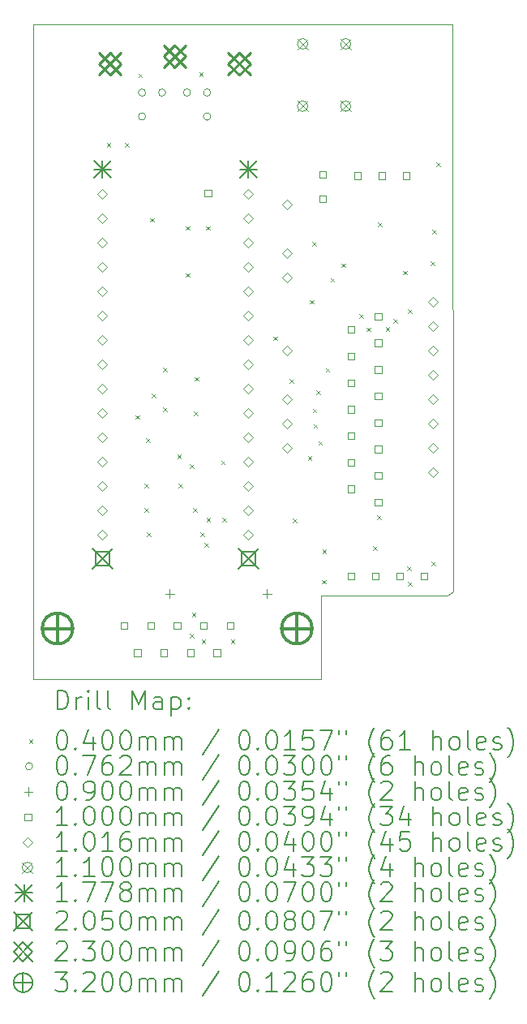
<source format=gbr>
%FSLAX45Y45*%
G04 Gerber Fmt 4.5, Leading zero omitted, Abs format (unit mm)*
G04 Created by KiCad (PCBNEW (6.0.2)) date 2024-04-06 20:12:07*
%MOMM*%
%LPD*%
G01*
G04 APERTURE LIST*
%TA.AperFunction,Profile*%
%ADD10C,0.100000*%
%TD*%
%ADD11C,0.200000*%
%ADD12C,0.040000*%
%ADD13C,0.076200*%
%ADD14C,0.090000*%
%ADD15C,0.100000*%
%ADD16C,0.101600*%
%ADD17C,0.110000*%
%ADD18C,0.177800*%
%ADD19C,0.205000*%
%ADD20C,0.230000*%
%ADD21C,0.320000*%
G04 APERTURE END LIST*
D10*
X17602648Y-11281547D02*
X17549000Y-11323000D01*
X17597120Y-5359400D02*
X15671800Y-5359400D01*
X13220000Y-12190000D02*
X16230600Y-12192000D01*
X15494000Y-5359400D02*
X13716000Y-5359400D01*
X17596768Y-5359400D02*
X17602648Y-11267000D01*
X13220000Y-12190000D02*
X13220000Y-11574050D01*
X16230000Y-11349000D02*
X16229000Y-11321000D01*
X17602648Y-11267000D02*
X17602648Y-11281547D01*
X16230000Y-11349000D02*
X16230600Y-12192000D01*
X13220000Y-5359400D02*
X13220000Y-11574050D01*
X15671800Y-5359400D02*
X15494000Y-5359400D01*
X13716000Y-5359400D02*
X13220000Y-5359400D01*
X17549000Y-11323000D02*
X16229000Y-11321000D01*
D11*
D12*
X13988100Y-6596700D02*
X14028100Y-6636700D01*
X14028100Y-6596700D02*
X13988100Y-6636700D01*
X14178600Y-6596700D02*
X14218600Y-6636700D01*
X14218600Y-6596700D02*
X14178600Y-6636700D01*
X14292000Y-9436000D02*
X14332000Y-9476000D01*
X14332000Y-9436000D02*
X14292000Y-9476000D01*
X14318300Y-5872800D02*
X14358300Y-5912800D01*
X14358300Y-5872800D02*
X14318300Y-5912800D01*
X14381800Y-10152700D02*
X14421800Y-10192700D01*
X14421800Y-10152700D02*
X14381800Y-10192700D01*
X14381800Y-10406700D02*
X14421800Y-10446700D01*
X14421800Y-10406700D02*
X14381800Y-10446700D01*
X14398000Y-9679000D02*
X14438000Y-9719000D01*
X14438000Y-9679000D02*
X14398000Y-9719000D01*
X14407200Y-10660700D02*
X14447200Y-10700700D01*
X14447200Y-10660700D02*
X14407200Y-10700700D01*
X14440000Y-7380000D02*
X14480000Y-7420000D01*
X14480000Y-7380000D02*
X14440000Y-7420000D01*
X14458000Y-9212900D02*
X14498000Y-9252900D01*
X14498000Y-9212900D02*
X14458000Y-9252900D01*
X14575000Y-8940000D02*
X14615000Y-8980000D01*
X14615000Y-8940000D02*
X14575000Y-8980000D01*
X14575000Y-9355000D02*
X14615000Y-9395000D01*
X14615000Y-9355000D02*
X14575000Y-9395000D01*
X14724700Y-9847900D02*
X14764700Y-9887900D01*
X14764700Y-9847900D02*
X14724700Y-9887900D01*
X14739000Y-10150000D02*
X14779000Y-10190000D01*
X14779000Y-10150000D02*
X14739000Y-10190000D01*
X14815000Y-7465000D02*
X14855000Y-7505000D01*
X14855000Y-7465000D02*
X14815000Y-7505000D01*
X14815000Y-7955000D02*
X14855000Y-7995000D01*
X14855000Y-7955000D02*
X14815000Y-7995000D01*
X14857968Y-11717968D02*
X14897968Y-11757968D01*
X14897968Y-11717968D02*
X14857968Y-11757968D01*
X14858000Y-9951000D02*
X14898000Y-9991000D01*
X14898000Y-9951000D02*
X14858000Y-9991000D01*
X14877100Y-11498900D02*
X14917100Y-11538900D01*
X14917100Y-11498900D02*
X14877100Y-11538900D01*
X14889800Y-10406700D02*
X14929800Y-10446700D01*
X14929800Y-10406700D02*
X14889800Y-10446700D01*
X14900000Y-9400000D02*
X14940000Y-9440000D01*
X14940000Y-9400000D02*
X14900000Y-9440000D01*
X14910000Y-9040000D02*
X14950000Y-9080000D01*
X14950000Y-9040000D02*
X14910000Y-9080000D01*
X14953300Y-5860100D02*
X14993300Y-5900100D01*
X14993300Y-5860100D02*
X14953300Y-5900100D01*
X14964750Y-10660000D02*
X15004750Y-10700000D01*
X15004750Y-10660000D02*
X14964750Y-10700000D01*
X14978700Y-11778300D02*
X15018700Y-11818300D01*
X15018700Y-11778300D02*
X14978700Y-11818300D01*
X15010000Y-10770000D02*
X15050000Y-10810000D01*
X15050000Y-10770000D02*
X15010000Y-10810000D01*
X15025000Y-7465000D02*
X15065000Y-7505000D01*
X15065000Y-7465000D02*
X15025000Y-7505000D01*
X15029500Y-10508300D02*
X15069500Y-10548300D01*
X15069500Y-10508300D02*
X15029500Y-10548300D01*
X15181900Y-9911400D02*
X15221900Y-9951400D01*
X15221900Y-9911400D02*
X15181900Y-9951400D01*
X15194600Y-10508300D02*
X15234600Y-10548300D01*
X15234600Y-10508300D02*
X15194600Y-10548300D01*
X15283500Y-11778300D02*
X15323500Y-11818300D01*
X15323500Y-11778300D02*
X15283500Y-11818300D01*
X15728000Y-8616000D02*
X15768000Y-8656000D01*
X15768000Y-8616000D02*
X15728000Y-8656000D01*
X15896000Y-9061000D02*
X15936000Y-9101000D01*
X15936000Y-9061000D02*
X15896000Y-9101000D01*
X15931000Y-10519000D02*
X15971000Y-10559000D01*
X15971000Y-10519000D02*
X15931000Y-10559000D01*
X16088000Y-9865000D02*
X16128000Y-9905000D01*
X16128000Y-9865000D02*
X16088000Y-9905000D01*
X16109000Y-8235000D02*
X16149000Y-8275000D01*
X16149000Y-8235000D02*
X16109000Y-8275000D01*
X16135000Y-7630000D02*
X16175000Y-7670000D01*
X16175000Y-7630000D02*
X16135000Y-7670000D01*
X16138210Y-9369110D02*
X16178210Y-9409110D01*
X16178210Y-9369110D02*
X16138210Y-9409110D01*
X16147100Y-9530400D02*
X16187100Y-9570400D01*
X16187100Y-9530400D02*
X16147100Y-9570400D01*
X16177978Y-9178288D02*
X16217978Y-9218288D01*
X16217978Y-9178288D02*
X16177978Y-9218288D01*
X16197900Y-9708200D02*
X16237900Y-9748200D01*
X16237900Y-9708200D02*
X16197900Y-9748200D01*
X16236000Y-11156000D02*
X16276000Y-11196000D01*
X16276000Y-11156000D02*
X16236000Y-11196000D01*
X16240000Y-10840000D02*
X16280000Y-10880000D01*
X16280000Y-10840000D02*
X16240000Y-10880000D01*
X16274100Y-8946200D02*
X16314100Y-8986200D01*
X16314100Y-8946200D02*
X16274100Y-8986200D01*
X16324900Y-8006400D02*
X16364900Y-8046400D01*
X16364900Y-8006400D02*
X16324900Y-8046400D01*
X16440000Y-7854000D02*
X16480000Y-7894000D01*
X16480000Y-7854000D02*
X16440000Y-7894000D01*
X16623000Y-8382000D02*
X16663000Y-8422000D01*
X16663000Y-8382000D02*
X16623000Y-8422000D01*
X16699000Y-8522000D02*
X16739000Y-8562000D01*
X16739000Y-8522000D02*
X16699000Y-8562000D01*
X16769000Y-10804000D02*
X16809000Y-10844000D01*
X16809000Y-10804000D02*
X16769000Y-10844000D01*
X16815000Y-10482000D02*
X16855000Y-10522000D01*
X16855000Y-10482000D02*
X16815000Y-10522000D01*
X16821000Y-7426000D02*
X16861000Y-7466000D01*
X16861000Y-7426000D02*
X16821000Y-7466000D01*
X16900000Y-8516000D02*
X16940000Y-8556000D01*
X16940000Y-8516000D02*
X16900000Y-8556000D01*
X16984000Y-8432000D02*
X17024000Y-8472000D01*
X17024000Y-8432000D02*
X16984000Y-8472000D01*
X17080000Y-7930000D02*
X17120000Y-7970000D01*
X17120000Y-7930000D02*
X17080000Y-7970000D01*
X17128430Y-11013775D02*
X17168430Y-11053775D01*
X17168430Y-11013775D02*
X17128430Y-11053775D01*
X17135960Y-11178470D02*
X17175960Y-11218470D01*
X17175960Y-11178470D02*
X17135960Y-11218470D01*
X17136000Y-8333000D02*
X17176000Y-8373000D01*
X17176000Y-8333000D02*
X17136000Y-8373000D01*
X17370000Y-7835000D02*
X17410000Y-7875000D01*
X17410000Y-7835000D02*
X17370000Y-7875000D01*
X17381540Y-10962960D02*
X17421540Y-11002960D01*
X17421540Y-10962960D02*
X17381540Y-11002960D01*
X17385000Y-7500000D02*
X17425000Y-7540000D01*
X17425000Y-7500000D02*
X17385000Y-7540000D01*
X17429800Y-6799900D02*
X17469800Y-6839900D01*
X17469800Y-6799900D02*
X17429800Y-6839900D01*
D13*
X14394900Y-6070600D02*
G75*
G03*
X14394900Y-6070600I-38100J0D01*
G01*
X14394900Y-6320600D02*
G75*
G03*
X14394900Y-6320600I-38100J0D01*
G01*
X14604900Y-6070600D02*
G75*
G03*
X14604900Y-6070600I-38100J0D01*
G01*
X14864900Y-6070600D02*
G75*
G03*
X14864900Y-6070600I-38100J0D01*
G01*
X15074900Y-6070600D02*
G75*
G03*
X15074900Y-6070600I-38100J0D01*
G01*
X15074900Y-6320600D02*
G75*
G03*
X15074900Y-6320600I-38100J0D01*
G01*
D14*
X14647000Y-11256000D02*
X14647000Y-11346000D01*
X14602000Y-11301000D02*
X14692000Y-11301000D01*
X15663000Y-11256000D02*
X15663000Y-11346000D01*
X15618000Y-11301000D02*
X15708000Y-11301000D01*
D15*
X14205456Y-11668556D02*
X14205456Y-11597844D01*
X14134744Y-11597844D01*
X14134744Y-11668556D01*
X14205456Y-11668556D01*
X14343956Y-11952556D02*
X14343956Y-11881844D01*
X14273244Y-11881844D01*
X14273244Y-11952556D01*
X14343956Y-11952556D01*
X14482456Y-11668556D02*
X14482456Y-11597844D01*
X14411744Y-11597844D01*
X14411744Y-11668556D01*
X14482456Y-11668556D01*
X14620956Y-11952556D02*
X14620956Y-11881844D01*
X14550244Y-11881844D01*
X14550244Y-11952556D01*
X14620956Y-11952556D01*
X14759456Y-11668556D02*
X14759456Y-11597844D01*
X14688744Y-11597844D01*
X14688744Y-11668556D01*
X14759456Y-11668556D01*
X14897956Y-11952556D02*
X14897956Y-11881844D01*
X14827244Y-11881844D01*
X14827244Y-11952556D01*
X14897956Y-11952556D01*
X15036456Y-11668556D02*
X15036456Y-11597844D01*
X14965744Y-11597844D01*
X14965744Y-11668556D01*
X15036456Y-11668556D01*
X15082316Y-7157516D02*
X15082316Y-7086804D01*
X15011604Y-7086804D01*
X15011604Y-7157516D01*
X15082316Y-7157516D01*
X15174956Y-11952556D02*
X15174956Y-11881844D01*
X15104244Y-11881844D01*
X15104244Y-11952556D01*
X15174956Y-11952556D01*
X15313456Y-11668556D02*
X15313456Y-11597844D01*
X15242744Y-11597844D01*
X15242744Y-11668556D01*
X15313456Y-11668556D01*
X16281196Y-6959396D02*
X16281196Y-6888684D01*
X16210484Y-6888684D01*
X16210484Y-6959396D01*
X16281196Y-6959396D01*
X16281196Y-7213396D02*
X16281196Y-7142684D01*
X16210484Y-7142684D01*
X16210484Y-7213396D01*
X16281196Y-7213396D01*
X16573776Y-8580276D02*
X16573776Y-8509564D01*
X16503064Y-8509564D01*
X16503064Y-8580276D01*
X16573776Y-8580276D01*
X16573776Y-8857276D02*
X16573776Y-8786564D01*
X16503064Y-8786564D01*
X16503064Y-8857276D01*
X16573776Y-8857276D01*
X16573776Y-9134276D02*
X16573776Y-9063564D01*
X16503064Y-9063564D01*
X16503064Y-9134276D01*
X16573776Y-9134276D01*
X16573776Y-9411276D02*
X16573776Y-9340564D01*
X16503064Y-9340564D01*
X16503064Y-9411276D01*
X16573776Y-9411276D01*
X16573776Y-9688276D02*
X16573776Y-9617564D01*
X16503064Y-9617564D01*
X16503064Y-9688276D01*
X16573776Y-9688276D01*
X16573776Y-9965276D02*
X16573776Y-9894564D01*
X16503064Y-9894564D01*
X16503064Y-9965276D01*
X16573776Y-9965276D01*
X16573776Y-10242276D02*
X16573776Y-10171564D01*
X16503064Y-10171564D01*
X16503064Y-10242276D01*
X16573776Y-10242276D01*
X16575356Y-11152856D02*
X16575356Y-11082144D01*
X16504644Y-11082144D01*
X16504644Y-11152856D01*
X16575356Y-11152856D01*
X16645456Y-6972056D02*
X16645456Y-6901344D01*
X16574744Y-6901344D01*
X16574744Y-6972056D01*
X16645456Y-6972056D01*
X16829356Y-11152856D02*
X16829356Y-11082144D01*
X16758644Y-11082144D01*
X16758644Y-11152856D01*
X16829356Y-11152856D01*
X16857776Y-8441776D02*
X16857776Y-8371064D01*
X16787064Y-8371064D01*
X16787064Y-8441776D01*
X16857776Y-8441776D01*
X16857776Y-8718776D02*
X16857776Y-8648064D01*
X16787064Y-8648064D01*
X16787064Y-8718776D01*
X16857776Y-8718776D01*
X16857776Y-8995776D02*
X16857776Y-8925064D01*
X16787064Y-8925064D01*
X16787064Y-8995776D01*
X16857776Y-8995776D01*
X16857776Y-9272776D02*
X16857776Y-9202064D01*
X16787064Y-9202064D01*
X16787064Y-9272776D01*
X16857776Y-9272776D01*
X16857776Y-9549776D02*
X16857776Y-9479064D01*
X16787064Y-9479064D01*
X16787064Y-9549776D01*
X16857776Y-9549776D01*
X16857776Y-9826776D02*
X16857776Y-9756064D01*
X16787064Y-9756064D01*
X16787064Y-9826776D01*
X16857776Y-9826776D01*
X16857776Y-10103776D02*
X16857776Y-10033064D01*
X16787064Y-10033064D01*
X16787064Y-10103776D01*
X16857776Y-10103776D01*
X16857776Y-10380776D02*
X16857776Y-10310064D01*
X16787064Y-10310064D01*
X16787064Y-10380776D01*
X16857776Y-10380776D01*
X16899456Y-6972056D02*
X16899456Y-6901344D01*
X16828744Y-6901344D01*
X16828744Y-6972056D01*
X16899456Y-6972056D01*
X17083356Y-11152856D02*
X17083356Y-11082144D01*
X17012644Y-11082144D01*
X17012644Y-11152856D01*
X17083356Y-11152856D01*
X17153456Y-6972056D02*
X17153456Y-6901344D01*
X17082744Y-6901344D01*
X17082744Y-6972056D01*
X17153456Y-6972056D01*
X17337356Y-11152856D02*
X17337356Y-11082144D01*
X17266644Y-11082144D01*
X17266644Y-11152856D01*
X17337356Y-11152856D01*
D16*
X13944600Y-7175500D02*
X13995400Y-7124700D01*
X13944600Y-7073900D01*
X13893800Y-7124700D01*
X13944600Y-7175500D01*
X13944600Y-7429500D02*
X13995400Y-7378700D01*
X13944600Y-7327900D01*
X13893800Y-7378700D01*
X13944600Y-7429500D01*
X13944600Y-7683500D02*
X13995400Y-7632700D01*
X13944600Y-7581900D01*
X13893800Y-7632700D01*
X13944600Y-7683500D01*
X13944600Y-7937500D02*
X13995400Y-7886700D01*
X13944600Y-7835900D01*
X13893800Y-7886700D01*
X13944600Y-7937500D01*
X13944600Y-8191500D02*
X13995400Y-8140700D01*
X13944600Y-8089900D01*
X13893800Y-8140700D01*
X13944600Y-8191500D01*
X13944600Y-8445500D02*
X13995400Y-8394700D01*
X13944600Y-8343900D01*
X13893800Y-8394700D01*
X13944600Y-8445500D01*
X13944600Y-8699500D02*
X13995400Y-8648700D01*
X13944600Y-8597900D01*
X13893800Y-8648700D01*
X13944600Y-8699500D01*
X13944600Y-8953500D02*
X13995400Y-8902700D01*
X13944600Y-8851900D01*
X13893800Y-8902700D01*
X13944600Y-8953500D01*
X13944600Y-9207500D02*
X13995400Y-9156700D01*
X13944600Y-9105900D01*
X13893800Y-9156700D01*
X13944600Y-9207500D01*
X13944600Y-9461500D02*
X13995400Y-9410700D01*
X13944600Y-9359900D01*
X13893800Y-9410700D01*
X13944600Y-9461500D01*
X13944600Y-9715500D02*
X13995400Y-9664700D01*
X13944600Y-9613900D01*
X13893800Y-9664700D01*
X13944600Y-9715500D01*
X13944600Y-9969500D02*
X13995400Y-9918700D01*
X13944600Y-9867900D01*
X13893800Y-9918700D01*
X13944600Y-9969500D01*
X13944600Y-10223500D02*
X13995400Y-10172700D01*
X13944600Y-10121900D01*
X13893800Y-10172700D01*
X13944600Y-10223500D01*
X13944600Y-10477500D02*
X13995400Y-10426700D01*
X13944600Y-10375900D01*
X13893800Y-10426700D01*
X13944600Y-10477500D01*
X13944600Y-10731500D02*
X13995400Y-10680700D01*
X13944600Y-10629900D01*
X13893800Y-10680700D01*
X13944600Y-10731500D01*
X15468600Y-7175500D02*
X15519400Y-7124700D01*
X15468600Y-7073900D01*
X15417800Y-7124700D01*
X15468600Y-7175500D01*
X15468600Y-7429500D02*
X15519400Y-7378700D01*
X15468600Y-7327900D01*
X15417800Y-7378700D01*
X15468600Y-7429500D01*
X15468600Y-7683500D02*
X15519400Y-7632700D01*
X15468600Y-7581900D01*
X15417800Y-7632700D01*
X15468600Y-7683500D01*
X15468600Y-7937500D02*
X15519400Y-7886700D01*
X15468600Y-7835900D01*
X15417800Y-7886700D01*
X15468600Y-7937500D01*
X15468600Y-8191500D02*
X15519400Y-8140700D01*
X15468600Y-8089900D01*
X15417800Y-8140700D01*
X15468600Y-8191500D01*
X15468600Y-8445500D02*
X15519400Y-8394700D01*
X15468600Y-8343900D01*
X15417800Y-8394700D01*
X15468600Y-8445500D01*
X15468600Y-8699500D02*
X15519400Y-8648700D01*
X15468600Y-8597900D01*
X15417800Y-8648700D01*
X15468600Y-8699500D01*
X15468600Y-8953500D02*
X15519400Y-8902700D01*
X15468600Y-8851900D01*
X15417800Y-8902700D01*
X15468600Y-8953500D01*
X15468600Y-9207500D02*
X15519400Y-9156700D01*
X15468600Y-9105900D01*
X15417800Y-9156700D01*
X15468600Y-9207500D01*
X15468600Y-9461500D02*
X15519400Y-9410700D01*
X15468600Y-9359900D01*
X15417800Y-9410700D01*
X15468600Y-9461500D01*
X15468600Y-9715500D02*
X15519400Y-9664700D01*
X15468600Y-9613900D01*
X15417800Y-9664700D01*
X15468600Y-9715500D01*
X15468600Y-9969500D02*
X15519400Y-9918700D01*
X15468600Y-9867900D01*
X15417800Y-9918700D01*
X15468600Y-9969500D01*
X15468600Y-10223500D02*
X15519400Y-10172700D01*
X15468600Y-10121900D01*
X15417800Y-10172700D01*
X15468600Y-10223500D01*
X15468600Y-10477500D02*
X15519400Y-10426700D01*
X15468600Y-10375900D01*
X15417800Y-10426700D01*
X15468600Y-10477500D01*
X15468600Y-10731500D02*
X15519400Y-10680700D01*
X15468600Y-10629900D01*
X15417800Y-10680700D01*
X15468600Y-10731500D01*
X15875000Y-7289800D02*
X15925800Y-7239000D01*
X15875000Y-7188200D01*
X15824200Y-7239000D01*
X15875000Y-7289800D01*
X15875000Y-7797800D02*
X15925800Y-7747000D01*
X15875000Y-7696200D01*
X15824200Y-7747000D01*
X15875000Y-7797800D01*
X15875000Y-8051800D02*
X15925800Y-8001000D01*
X15875000Y-7950200D01*
X15824200Y-8001000D01*
X15875000Y-8051800D01*
X15875000Y-8813800D02*
X15925800Y-8763000D01*
X15875000Y-8712200D01*
X15824200Y-8763000D01*
X15875000Y-8813800D01*
X15875000Y-9321800D02*
X15925800Y-9271000D01*
X15875000Y-9220200D01*
X15824200Y-9271000D01*
X15875000Y-9321800D01*
X15875000Y-9575800D02*
X15925800Y-9525000D01*
X15875000Y-9474200D01*
X15824200Y-9525000D01*
X15875000Y-9575800D01*
X15875000Y-9829800D02*
X15925800Y-9779000D01*
X15875000Y-9728200D01*
X15824200Y-9779000D01*
X15875000Y-9829800D01*
X17395951Y-8303800D02*
X17446751Y-8253000D01*
X17395951Y-8202200D01*
X17345151Y-8253000D01*
X17395951Y-8303800D01*
X17395951Y-8557800D02*
X17446751Y-8507000D01*
X17395951Y-8456200D01*
X17345151Y-8507000D01*
X17395951Y-8557800D01*
X17395951Y-8811800D02*
X17446751Y-8761000D01*
X17395951Y-8710200D01*
X17345151Y-8761000D01*
X17395951Y-8811800D01*
X17395951Y-9065800D02*
X17446751Y-9015000D01*
X17395951Y-8964200D01*
X17345151Y-9015000D01*
X17395951Y-9065800D01*
X17395951Y-9319800D02*
X17446751Y-9269000D01*
X17395951Y-9218200D01*
X17345151Y-9269000D01*
X17395951Y-9319800D01*
X17395951Y-9573800D02*
X17446751Y-9523000D01*
X17395951Y-9472200D01*
X17345151Y-9523000D01*
X17395951Y-9573800D01*
X17395951Y-9827800D02*
X17446751Y-9777000D01*
X17395951Y-9726200D01*
X17345151Y-9777000D01*
X17395951Y-9827800D01*
X17395951Y-10081800D02*
X17446751Y-10031000D01*
X17395951Y-9980200D01*
X17345151Y-10031000D01*
X17395951Y-10081800D01*
D17*
X15979600Y-5507600D02*
X16089600Y-5617600D01*
X16089600Y-5507600D02*
X15979600Y-5617600D01*
X16089600Y-5562600D02*
G75*
G03*
X16089600Y-5562600I-55000J0D01*
G01*
X15979600Y-6157600D02*
X16089600Y-6267600D01*
X16089600Y-6157600D02*
X15979600Y-6267600D01*
X16089600Y-6212600D02*
G75*
G03*
X16089600Y-6212600I-55000J0D01*
G01*
X16429600Y-5507600D02*
X16539600Y-5617600D01*
X16539600Y-5507600D02*
X16429600Y-5617600D01*
X16539600Y-5562600D02*
G75*
G03*
X16539600Y-5562600I-55000J0D01*
G01*
X16429600Y-6157600D02*
X16539600Y-6267600D01*
X16539600Y-6157600D02*
X16429600Y-6267600D01*
X16539600Y-6212600D02*
G75*
G03*
X16539600Y-6212600I-55000J0D01*
G01*
D18*
X13855700Y-6781800D02*
X14033500Y-6959600D01*
X14033500Y-6781800D02*
X13855700Y-6959600D01*
X13944600Y-6781800D02*
X13944600Y-6959600D01*
X13855700Y-6870700D02*
X14033500Y-6870700D01*
X15379700Y-6781800D02*
X15557500Y-6959600D01*
X15557500Y-6781800D02*
X15379700Y-6959600D01*
X15468600Y-6781800D02*
X15468600Y-6959600D01*
X15379700Y-6870700D02*
X15557500Y-6870700D01*
D19*
X13842100Y-10832200D02*
X14047100Y-11037200D01*
X14047100Y-10832200D02*
X13842100Y-11037200D01*
X14017079Y-11007179D02*
X14017079Y-10862221D01*
X13872121Y-10862221D01*
X13872121Y-11007179D01*
X14017079Y-11007179D01*
X15366100Y-10832200D02*
X15571100Y-11037200D01*
X15571100Y-10832200D02*
X15366100Y-11037200D01*
X15541079Y-11007179D02*
X15541079Y-10862221D01*
X15396121Y-10862221D01*
X15396121Y-11007179D01*
X15541079Y-11007179D01*
D20*
X13906800Y-5655600D02*
X14136800Y-5885600D01*
X14136800Y-5655600D02*
X13906800Y-5885600D01*
X14021800Y-5885600D02*
X14136800Y-5770600D01*
X14021800Y-5655600D01*
X13906800Y-5770600D01*
X14021800Y-5885600D01*
X14581800Y-5575600D02*
X14811800Y-5805600D01*
X14811800Y-5575600D02*
X14581800Y-5805600D01*
X14696800Y-5805600D02*
X14811800Y-5690600D01*
X14696800Y-5575600D01*
X14581800Y-5690600D01*
X14696800Y-5805600D01*
X15256800Y-5655600D02*
X15486800Y-5885600D01*
X15486800Y-5655600D02*
X15256800Y-5885600D01*
X15371800Y-5885600D02*
X15486800Y-5770600D01*
X15371800Y-5655600D01*
X15256800Y-5770600D01*
X15371800Y-5885600D01*
D21*
X13474100Y-11503200D02*
X13474100Y-11823200D01*
X13314100Y-11663200D02*
X13634100Y-11663200D01*
X13634100Y-11663200D02*
G75*
G03*
X13634100Y-11663200I-160000J0D01*
G01*
X15974100Y-11503200D02*
X15974100Y-11823200D01*
X15814100Y-11663200D02*
X16134100Y-11663200D01*
X16134100Y-11663200D02*
G75*
G03*
X16134100Y-11663200I-160000J0D01*
G01*
D11*
X13472619Y-12507476D02*
X13472619Y-12307476D01*
X13520238Y-12307476D01*
X13548809Y-12317000D01*
X13567857Y-12336048D01*
X13577381Y-12355095D01*
X13586905Y-12393190D01*
X13586905Y-12421762D01*
X13577381Y-12459857D01*
X13567857Y-12478905D01*
X13548809Y-12497952D01*
X13520238Y-12507476D01*
X13472619Y-12507476D01*
X13672619Y-12507476D02*
X13672619Y-12374143D01*
X13672619Y-12412238D02*
X13682143Y-12393190D01*
X13691667Y-12383667D01*
X13710714Y-12374143D01*
X13729762Y-12374143D01*
X13796428Y-12507476D02*
X13796428Y-12374143D01*
X13796428Y-12307476D02*
X13786905Y-12317000D01*
X13796428Y-12326524D01*
X13805952Y-12317000D01*
X13796428Y-12307476D01*
X13796428Y-12326524D01*
X13920238Y-12507476D02*
X13901190Y-12497952D01*
X13891667Y-12478905D01*
X13891667Y-12307476D01*
X14025000Y-12507476D02*
X14005952Y-12497952D01*
X13996428Y-12478905D01*
X13996428Y-12307476D01*
X14253571Y-12507476D02*
X14253571Y-12307476D01*
X14320238Y-12450333D01*
X14386905Y-12307476D01*
X14386905Y-12507476D01*
X14567857Y-12507476D02*
X14567857Y-12402714D01*
X14558333Y-12383667D01*
X14539286Y-12374143D01*
X14501190Y-12374143D01*
X14482143Y-12383667D01*
X14567857Y-12497952D02*
X14548809Y-12507476D01*
X14501190Y-12507476D01*
X14482143Y-12497952D01*
X14472619Y-12478905D01*
X14472619Y-12459857D01*
X14482143Y-12440809D01*
X14501190Y-12431286D01*
X14548809Y-12431286D01*
X14567857Y-12421762D01*
X14663095Y-12374143D02*
X14663095Y-12574143D01*
X14663095Y-12383667D02*
X14682143Y-12374143D01*
X14720238Y-12374143D01*
X14739286Y-12383667D01*
X14748809Y-12393190D01*
X14758333Y-12412238D01*
X14758333Y-12469381D01*
X14748809Y-12488428D01*
X14739286Y-12497952D01*
X14720238Y-12507476D01*
X14682143Y-12507476D01*
X14663095Y-12497952D01*
X14844048Y-12488428D02*
X14853571Y-12497952D01*
X14844048Y-12507476D01*
X14834524Y-12497952D01*
X14844048Y-12488428D01*
X14844048Y-12507476D01*
X14844048Y-12383667D02*
X14853571Y-12393190D01*
X14844048Y-12402714D01*
X14834524Y-12393190D01*
X14844048Y-12383667D01*
X14844048Y-12402714D01*
D12*
X13175000Y-12817000D02*
X13215000Y-12857000D01*
X13215000Y-12817000D02*
X13175000Y-12857000D01*
D11*
X13510714Y-12727476D02*
X13529762Y-12727476D01*
X13548809Y-12737000D01*
X13558333Y-12746524D01*
X13567857Y-12765571D01*
X13577381Y-12803667D01*
X13577381Y-12851286D01*
X13567857Y-12889381D01*
X13558333Y-12908428D01*
X13548809Y-12917952D01*
X13529762Y-12927476D01*
X13510714Y-12927476D01*
X13491667Y-12917952D01*
X13482143Y-12908428D01*
X13472619Y-12889381D01*
X13463095Y-12851286D01*
X13463095Y-12803667D01*
X13472619Y-12765571D01*
X13482143Y-12746524D01*
X13491667Y-12737000D01*
X13510714Y-12727476D01*
X13663095Y-12908428D02*
X13672619Y-12917952D01*
X13663095Y-12927476D01*
X13653571Y-12917952D01*
X13663095Y-12908428D01*
X13663095Y-12927476D01*
X13844048Y-12794143D02*
X13844048Y-12927476D01*
X13796428Y-12717952D02*
X13748809Y-12860809D01*
X13872619Y-12860809D01*
X13986905Y-12727476D02*
X14005952Y-12727476D01*
X14025000Y-12737000D01*
X14034524Y-12746524D01*
X14044048Y-12765571D01*
X14053571Y-12803667D01*
X14053571Y-12851286D01*
X14044048Y-12889381D01*
X14034524Y-12908428D01*
X14025000Y-12917952D01*
X14005952Y-12927476D01*
X13986905Y-12927476D01*
X13967857Y-12917952D01*
X13958333Y-12908428D01*
X13948809Y-12889381D01*
X13939286Y-12851286D01*
X13939286Y-12803667D01*
X13948809Y-12765571D01*
X13958333Y-12746524D01*
X13967857Y-12737000D01*
X13986905Y-12727476D01*
X14177381Y-12727476D02*
X14196428Y-12727476D01*
X14215476Y-12737000D01*
X14225000Y-12746524D01*
X14234524Y-12765571D01*
X14244048Y-12803667D01*
X14244048Y-12851286D01*
X14234524Y-12889381D01*
X14225000Y-12908428D01*
X14215476Y-12917952D01*
X14196428Y-12927476D01*
X14177381Y-12927476D01*
X14158333Y-12917952D01*
X14148809Y-12908428D01*
X14139286Y-12889381D01*
X14129762Y-12851286D01*
X14129762Y-12803667D01*
X14139286Y-12765571D01*
X14148809Y-12746524D01*
X14158333Y-12737000D01*
X14177381Y-12727476D01*
X14329762Y-12927476D02*
X14329762Y-12794143D01*
X14329762Y-12813190D02*
X14339286Y-12803667D01*
X14358333Y-12794143D01*
X14386905Y-12794143D01*
X14405952Y-12803667D01*
X14415476Y-12822714D01*
X14415476Y-12927476D01*
X14415476Y-12822714D02*
X14425000Y-12803667D01*
X14444048Y-12794143D01*
X14472619Y-12794143D01*
X14491667Y-12803667D01*
X14501190Y-12822714D01*
X14501190Y-12927476D01*
X14596428Y-12927476D02*
X14596428Y-12794143D01*
X14596428Y-12813190D02*
X14605952Y-12803667D01*
X14625000Y-12794143D01*
X14653571Y-12794143D01*
X14672619Y-12803667D01*
X14682143Y-12822714D01*
X14682143Y-12927476D01*
X14682143Y-12822714D02*
X14691667Y-12803667D01*
X14710714Y-12794143D01*
X14739286Y-12794143D01*
X14758333Y-12803667D01*
X14767857Y-12822714D01*
X14767857Y-12927476D01*
X15158333Y-12717952D02*
X14986905Y-12975095D01*
X15415476Y-12727476D02*
X15434524Y-12727476D01*
X15453571Y-12737000D01*
X15463095Y-12746524D01*
X15472619Y-12765571D01*
X15482143Y-12803667D01*
X15482143Y-12851286D01*
X15472619Y-12889381D01*
X15463095Y-12908428D01*
X15453571Y-12917952D01*
X15434524Y-12927476D01*
X15415476Y-12927476D01*
X15396428Y-12917952D01*
X15386905Y-12908428D01*
X15377381Y-12889381D01*
X15367857Y-12851286D01*
X15367857Y-12803667D01*
X15377381Y-12765571D01*
X15386905Y-12746524D01*
X15396428Y-12737000D01*
X15415476Y-12727476D01*
X15567857Y-12908428D02*
X15577381Y-12917952D01*
X15567857Y-12927476D01*
X15558333Y-12917952D01*
X15567857Y-12908428D01*
X15567857Y-12927476D01*
X15701190Y-12727476D02*
X15720238Y-12727476D01*
X15739286Y-12737000D01*
X15748809Y-12746524D01*
X15758333Y-12765571D01*
X15767857Y-12803667D01*
X15767857Y-12851286D01*
X15758333Y-12889381D01*
X15748809Y-12908428D01*
X15739286Y-12917952D01*
X15720238Y-12927476D01*
X15701190Y-12927476D01*
X15682143Y-12917952D01*
X15672619Y-12908428D01*
X15663095Y-12889381D01*
X15653571Y-12851286D01*
X15653571Y-12803667D01*
X15663095Y-12765571D01*
X15672619Y-12746524D01*
X15682143Y-12737000D01*
X15701190Y-12727476D01*
X15958333Y-12927476D02*
X15844048Y-12927476D01*
X15901190Y-12927476D02*
X15901190Y-12727476D01*
X15882143Y-12756048D01*
X15863095Y-12775095D01*
X15844048Y-12784619D01*
X16139286Y-12727476D02*
X16044048Y-12727476D01*
X16034524Y-12822714D01*
X16044048Y-12813190D01*
X16063095Y-12803667D01*
X16110714Y-12803667D01*
X16129762Y-12813190D01*
X16139286Y-12822714D01*
X16148809Y-12841762D01*
X16148809Y-12889381D01*
X16139286Y-12908428D01*
X16129762Y-12917952D01*
X16110714Y-12927476D01*
X16063095Y-12927476D01*
X16044048Y-12917952D01*
X16034524Y-12908428D01*
X16215476Y-12727476D02*
X16348809Y-12727476D01*
X16263095Y-12927476D01*
X16415476Y-12727476D02*
X16415476Y-12765571D01*
X16491667Y-12727476D02*
X16491667Y-12765571D01*
X16786905Y-13003667D02*
X16777381Y-12994143D01*
X16758333Y-12965571D01*
X16748809Y-12946524D01*
X16739286Y-12917952D01*
X16729762Y-12870333D01*
X16729762Y-12832238D01*
X16739286Y-12784619D01*
X16748809Y-12756048D01*
X16758333Y-12737000D01*
X16777381Y-12708428D01*
X16786905Y-12698905D01*
X16948810Y-12727476D02*
X16910714Y-12727476D01*
X16891667Y-12737000D01*
X16882143Y-12746524D01*
X16863095Y-12775095D01*
X16853571Y-12813190D01*
X16853571Y-12889381D01*
X16863095Y-12908428D01*
X16872619Y-12917952D01*
X16891667Y-12927476D01*
X16929762Y-12927476D01*
X16948810Y-12917952D01*
X16958333Y-12908428D01*
X16967857Y-12889381D01*
X16967857Y-12841762D01*
X16958333Y-12822714D01*
X16948810Y-12813190D01*
X16929762Y-12803667D01*
X16891667Y-12803667D01*
X16872619Y-12813190D01*
X16863095Y-12822714D01*
X16853571Y-12841762D01*
X17158333Y-12927476D02*
X17044048Y-12927476D01*
X17101190Y-12927476D02*
X17101190Y-12727476D01*
X17082143Y-12756048D01*
X17063095Y-12775095D01*
X17044048Y-12784619D01*
X17396429Y-12927476D02*
X17396429Y-12727476D01*
X17482143Y-12927476D02*
X17482143Y-12822714D01*
X17472619Y-12803667D01*
X17453571Y-12794143D01*
X17425000Y-12794143D01*
X17405952Y-12803667D01*
X17396429Y-12813190D01*
X17605952Y-12927476D02*
X17586905Y-12917952D01*
X17577381Y-12908428D01*
X17567857Y-12889381D01*
X17567857Y-12832238D01*
X17577381Y-12813190D01*
X17586905Y-12803667D01*
X17605952Y-12794143D01*
X17634524Y-12794143D01*
X17653571Y-12803667D01*
X17663095Y-12813190D01*
X17672619Y-12832238D01*
X17672619Y-12889381D01*
X17663095Y-12908428D01*
X17653571Y-12917952D01*
X17634524Y-12927476D01*
X17605952Y-12927476D01*
X17786905Y-12927476D02*
X17767857Y-12917952D01*
X17758333Y-12898905D01*
X17758333Y-12727476D01*
X17939286Y-12917952D02*
X17920238Y-12927476D01*
X17882143Y-12927476D01*
X17863095Y-12917952D01*
X17853571Y-12898905D01*
X17853571Y-12822714D01*
X17863095Y-12803667D01*
X17882143Y-12794143D01*
X17920238Y-12794143D01*
X17939286Y-12803667D01*
X17948810Y-12822714D01*
X17948810Y-12841762D01*
X17853571Y-12860809D01*
X18025000Y-12917952D02*
X18044048Y-12927476D01*
X18082143Y-12927476D01*
X18101190Y-12917952D01*
X18110714Y-12898905D01*
X18110714Y-12889381D01*
X18101190Y-12870333D01*
X18082143Y-12860809D01*
X18053571Y-12860809D01*
X18034524Y-12851286D01*
X18025000Y-12832238D01*
X18025000Y-12822714D01*
X18034524Y-12803667D01*
X18053571Y-12794143D01*
X18082143Y-12794143D01*
X18101190Y-12803667D01*
X18177381Y-13003667D02*
X18186905Y-12994143D01*
X18205952Y-12965571D01*
X18215476Y-12946524D01*
X18225000Y-12917952D01*
X18234524Y-12870333D01*
X18234524Y-12832238D01*
X18225000Y-12784619D01*
X18215476Y-12756048D01*
X18205952Y-12737000D01*
X18186905Y-12708428D01*
X18177381Y-12698905D01*
D13*
X13215000Y-13101000D02*
G75*
G03*
X13215000Y-13101000I-38100J0D01*
G01*
D11*
X13510714Y-12991476D02*
X13529762Y-12991476D01*
X13548809Y-13001000D01*
X13558333Y-13010524D01*
X13567857Y-13029571D01*
X13577381Y-13067667D01*
X13577381Y-13115286D01*
X13567857Y-13153381D01*
X13558333Y-13172428D01*
X13548809Y-13181952D01*
X13529762Y-13191476D01*
X13510714Y-13191476D01*
X13491667Y-13181952D01*
X13482143Y-13172428D01*
X13472619Y-13153381D01*
X13463095Y-13115286D01*
X13463095Y-13067667D01*
X13472619Y-13029571D01*
X13482143Y-13010524D01*
X13491667Y-13001000D01*
X13510714Y-12991476D01*
X13663095Y-13172428D02*
X13672619Y-13181952D01*
X13663095Y-13191476D01*
X13653571Y-13181952D01*
X13663095Y-13172428D01*
X13663095Y-13191476D01*
X13739286Y-12991476D02*
X13872619Y-12991476D01*
X13786905Y-13191476D01*
X14034524Y-12991476D02*
X13996428Y-12991476D01*
X13977381Y-13001000D01*
X13967857Y-13010524D01*
X13948809Y-13039095D01*
X13939286Y-13077190D01*
X13939286Y-13153381D01*
X13948809Y-13172428D01*
X13958333Y-13181952D01*
X13977381Y-13191476D01*
X14015476Y-13191476D01*
X14034524Y-13181952D01*
X14044048Y-13172428D01*
X14053571Y-13153381D01*
X14053571Y-13105762D01*
X14044048Y-13086714D01*
X14034524Y-13077190D01*
X14015476Y-13067667D01*
X13977381Y-13067667D01*
X13958333Y-13077190D01*
X13948809Y-13086714D01*
X13939286Y-13105762D01*
X14129762Y-13010524D02*
X14139286Y-13001000D01*
X14158333Y-12991476D01*
X14205952Y-12991476D01*
X14225000Y-13001000D01*
X14234524Y-13010524D01*
X14244048Y-13029571D01*
X14244048Y-13048619D01*
X14234524Y-13077190D01*
X14120238Y-13191476D01*
X14244048Y-13191476D01*
X14329762Y-13191476D02*
X14329762Y-13058143D01*
X14329762Y-13077190D02*
X14339286Y-13067667D01*
X14358333Y-13058143D01*
X14386905Y-13058143D01*
X14405952Y-13067667D01*
X14415476Y-13086714D01*
X14415476Y-13191476D01*
X14415476Y-13086714D02*
X14425000Y-13067667D01*
X14444048Y-13058143D01*
X14472619Y-13058143D01*
X14491667Y-13067667D01*
X14501190Y-13086714D01*
X14501190Y-13191476D01*
X14596428Y-13191476D02*
X14596428Y-13058143D01*
X14596428Y-13077190D02*
X14605952Y-13067667D01*
X14625000Y-13058143D01*
X14653571Y-13058143D01*
X14672619Y-13067667D01*
X14682143Y-13086714D01*
X14682143Y-13191476D01*
X14682143Y-13086714D02*
X14691667Y-13067667D01*
X14710714Y-13058143D01*
X14739286Y-13058143D01*
X14758333Y-13067667D01*
X14767857Y-13086714D01*
X14767857Y-13191476D01*
X15158333Y-12981952D02*
X14986905Y-13239095D01*
X15415476Y-12991476D02*
X15434524Y-12991476D01*
X15453571Y-13001000D01*
X15463095Y-13010524D01*
X15472619Y-13029571D01*
X15482143Y-13067667D01*
X15482143Y-13115286D01*
X15472619Y-13153381D01*
X15463095Y-13172428D01*
X15453571Y-13181952D01*
X15434524Y-13191476D01*
X15415476Y-13191476D01*
X15396428Y-13181952D01*
X15386905Y-13172428D01*
X15377381Y-13153381D01*
X15367857Y-13115286D01*
X15367857Y-13067667D01*
X15377381Y-13029571D01*
X15386905Y-13010524D01*
X15396428Y-13001000D01*
X15415476Y-12991476D01*
X15567857Y-13172428D02*
X15577381Y-13181952D01*
X15567857Y-13191476D01*
X15558333Y-13181952D01*
X15567857Y-13172428D01*
X15567857Y-13191476D01*
X15701190Y-12991476D02*
X15720238Y-12991476D01*
X15739286Y-13001000D01*
X15748809Y-13010524D01*
X15758333Y-13029571D01*
X15767857Y-13067667D01*
X15767857Y-13115286D01*
X15758333Y-13153381D01*
X15748809Y-13172428D01*
X15739286Y-13181952D01*
X15720238Y-13191476D01*
X15701190Y-13191476D01*
X15682143Y-13181952D01*
X15672619Y-13172428D01*
X15663095Y-13153381D01*
X15653571Y-13115286D01*
X15653571Y-13067667D01*
X15663095Y-13029571D01*
X15672619Y-13010524D01*
X15682143Y-13001000D01*
X15701190Y-12991476D01*
X15834524Y-12991476D02*
X15958333Y-12991476D01*
X15891667Y-13067667D01*
X15920238Y-13067667D01*
X15939286Y-13077190D01*
X15948809Y-13086714D01*
X15958333Y-13105762D01*
X15958333Y-13153381D01*
X15948809Y-13172428D01*
X15939286Y-13181952D01*
X15920238Y-13191476D01*
X15863095Y-13191476D01*
X15844048Y-13181952D01*
X15834524Y-13172428D01*
X16082143Y-12991476D02*
X16101190Y-12991476D01*
X16120238Y-13001000D01*
X16129762Y-13010524D01*
X16139286Y-13029571D01*
X16148809Y-13067667D01*
X16148809Y-13115286D01*
X16139286Y-13153381D01*
X16129762Y-13172428D01*
X16120238Y-13181952D01*
X16101190Y-13191476D01*
X16082143Y-13191476D01*
X16063095Y-13181952D01*
X16053571Y-13172428D01*
X16044048Y-13153381D01*
X16034524Y-13115286D01*
X16034524Y-13067667D01*
X16044048Y-13029571D01*
X16053571Y-13010524D01*
X16063095Y-13001000D01*
X16082143Y-12991476D01*
X16272619Y-12991476D02*
X16291667Y-12991476D01*
X16310714Y-13001000D01*
X16320238Y-13010524D01*
X16329762Y-13029571D01*
X16339286Y-13067667D01*
X16339286Y-13115286D01*
X16329762Y-13153381D01*
X16320238Y-13172428D01*
X16310714Y-13181952D01*
X16291667Y-13191476D01*
X16272619Y-13191476D01*
X16253571Y-13181952D01*
X16244048Y-13172428D01*
X16234524Y-13153381D01*
X16225000Y-13115286D01*
X16225000Y-13067667D01*
X16234524Y-13029571D01*
X16244048Y-13010524D01*
X16253571Y-13001000D01*
X16272619Y-12991476D01*
X16415476Y-12991476D02*
X16415476Y-13029571D01*
X16491667Y-12991476D02*
X16491667Y-13029571D01*
X16786905Y-13267667D02*
X16777381Y-13258143D01*
X16758333Y-13229571D01*
X16748809Y-13210524D01*
X16739286Y-13181952D01*
X16729762Y-13134333D01*
X16729762Y-13096238D01*
X16739286Y-13048619D01*
X16748809Y-13020048D01*
X16758333Y-13001000D01*
X16777381Y-12972428D01*
X16786905Y-12962905D01*
X16948810Y-12991476D02*
X16910714Y-12991476D01*
X16891667Y-13001000D01*
X16882143Y-13010524D01*
X16863095Y-13039095D01*
X16853571Y-13077190D01*
X16853571Y-13153381D01*
X16863095Y-13172428D01*
X16872619Y-13181952D01*
X16891667Y-13191476D01*
X16929762Y-13191476D01*
X16948810Y-13181952D01*
X16958333Y-13172428D01*
X16967857Y-13153381D01*
X16967857Y-13105762D01*
X16958333Y-13086714D01*
X16948810Y-13077190D01*
X16929762Y-13067667D01*
X16891667Y-13067667D01*
X16872619Y-13077190D01*
X16863095Y-13086714D01*
X16853571Y-13105762D01*
X17205952Y-13191476D02*
X17205952Y-12991476D01*
X17291667Y-13191476D02*
X17291667Y-13086714D01*
X17282143Y-13067667D01*
X17263095Y-13058143D01*
X17234524Y-13058143D01*
X17215476Y-13067667D01*
X17205952Y-13077190D01*
X17415476Y-13191476D02*
X17396429Y-13181952D01*
X17386905Y-13172428D01*
X17377381Y-13153381D01*
X17377381Y-13096238D01*
X17386905Y-13077190D01*
X17396429Y-13067667D01*
X17415476Y-13058143D01*
X17444048Y-13058143D01*
X17463095Y-13067667D01*
X17472619Y-13077190D01*
X17482143Y-13096238D01*
X17482143Y-13153381D01*
X17472619Y-13172428D01*
X17463095Y-13181952D01*
X17444048Y-13191476D01*
X17415476Y-13191476D01*
X17596429Y-13191476D02*
X17577381Y-13181952D01*
X17567857Y-13162905D01*
X17567857Y-12991476D01*
X17748810Y-13181952D02*
X17729762Y-13191476D01*
X17691667Y-13191476D01*
X17672619Y-13181952D01*
X17663095Y-13162905D01*
X17663095Y-13086714D01*
X17672619Y-13067667D01*
X17691667Y-13058143D01*
X17729762Y-13058143D01*
X17748810Y-13067667D01*
X17758333Y-13086714D01*
X17758333Y-13105762D01*
X17663095Y-13124809D01*
X17834524Y-13181952D02*
X17853571Y-13191476D01*
X17891667Y-13191476D01*
X17910714Y-13181952D01*
X17920238Y-13162905D01*
X17920238Y-13153381D01*
X17910714Y-13134333D01*
X17891667Y-13124809D01*
X17863095Y-13124809D01*
X17844048Y-13115286D01*
X17834524Y-13096238D01*
X17834524Y-13086714D01*
X17844048Y-13067667D01*
X17863095Y-13058143D01*
X17891667Y-13058143D01*
X17910714Y-13067667D01*
X17986905Y-13267667D02*
X17996429Y-13258143D01*
X18015476Y-13229571D01*
X18025000Y-13210524D01*
X18034524Y-13181952D01*
X18044048Y-13134333D01*
X18044048Y-13096238D01*
X18034524Y-13048619D01*
X18025000Y-13020048D01*
X18015476Y-13001000D01*
X17996429Y-12972428D01*
X17986905Y-12962905D01*
D14*
X13170000Y-13320000D02*
X13170000Y-13410000D01*
X13125000Y-13365000D02*
X13215000Y-13365000D01*
D11*
X13510714Y-13255476D02*
X13529762Y-13255476D01*
X13548809Y-13265000D01*
X13558333Y-13274524D01*
X13567857Y-13293571D01*
X13577381Y-13331667D01*
X13577381Y-13379286D01*
X13567857Y-13417381D01*
X13558333Y-13436428D01*
X13548809Y-13445952D01*
X13529762Y-13455476D01*
X13510714Y-13455476D01*
X13491667Y-13445952D01*
X13482143Y-13436428D01*
X13472619Y-13417381D01*
X13463095Y-13379286D01*
X13463095Y-13331667D01*
X13472619Y-13293571D01*
X13482143Y-13274524D01*
X13491667Y-13265000D01*
X13510714Y-13255476D01*
X13663095Y-13436428D02*
X13672619Y-13445952D01*
X13663095Y-13455476D01*
X13653571Y-13445952D01*
X13663095Y-13436428D01*
X13663095Y-13455476D01*
X13767857Y-13455476D02*
X13805952Y-13455476D01*
X13825000Y-13445952D01*
X13834524Y-13436428D01*
X13853571Y-13407857D01*
X13863095Y-13369762D01*
X13863095Y-13293571D01*
X13853571Y-13274524D01*
X13844048Y-13265000D01*
X13825000Y-13255476D01*
X13786905Y-13255476D01*
X13767857Y-13265000D01*
X13758333Y-13274524D01*
X13748809Y-13293571D01*
X13748809Y-13341190D01*
X13758333Y-13360238D01*
X13767857Y-13369762D01*
X13786905Y-13379286D01*
X13825000Y-13379286D01*
X13844048Y-13369762D01*
X13853571Y-13360238D01*
X13863095Y-13341190D01*
X13986905Y-13255476D02*
X14005952Y-13255476D01*
X14025000Y-13265000D01*
X14034524Y-13274524D01*
X14044048Y-13293571D01*
X14053571Y-13331667D01*
X14053571Y-13379286D01*
X14044048Y-13417381D01*
X14034524Y-13436428D01*
X14025000Y-13445952D01*
X14005952Y-13455476D01*
X13986905Y-13455476D01*
X13967857Y-13445952D01*
X13958333Y-13436428D01*
X13948809Y-13417381D01*
X13939286Y-13379286D01*
X13939286Y-13331667D01*
X13948809Y-13293571D01*
X13958333Y-13274524D01*
X13967857Y-13265000D01*
X13986905Y-13255476D01*
X14177381Y-13255476D02*
X14196428Y-13255476D01*
X14215476Y-13265000D01*
X14225000Y-13274524D01*
X14234524Y-13293571D01*
X14244048Y-13331667D01*
X14244048Y-13379286D01*
X14234524Y-13417381D01*
X14225000Y-13436428D01*
X14215476Y-13445952D01*
X14196428Y-13455476D01*
X14177381Y-13455476D01*
X14158333Y-13445952D01*
X14148809Y-13436428D01*
X14139286Y-13417381D01*
X14129762Y-13379286D01*
X14129762Y-13331667D01*
X14139286Y-13293571D01*
X14148809Y-13274524D01*
X14158333Y-13265000D01*
X14177381Y-13255476D01*
X14329762Y-13455476D02*
X14329762Y-13322143D01*
X14329762Y-13341190D02*
X14339286Y-13331667D01*
X14358333Y-13322143D01*
X14386905Y-13322143D01*
X14405952Y-13331667D01*
X14415476Y-13350714D01*
X14415476Y-13455476D01*
X14415476Y-13350714D02*
X14425000Y-13331667D01*
X14444048Y-13322143D01*
X14472619Y-13322143D01*
X14491667Y-13331667D01*
X14501190Y-13350714D01*
X14501190Y-13455476D01*
X14596428Y-13455476D02*
X14596428Y-13322143D01*
X14596428Y-13341190D02*
X14605952Y-13331667D01*
X14625000Y-13322143D01*
X14653571Y-13322143D01*
X14672619Y-13331667D01*
X14682143Y-13350714D01*
X14682143Y-13455476D01*
X14682143Y-13350714D02*
X14691667Y-13331667D01*
X14710714Y-13322143D01*
X14739286Y-13322143D01*
X14758333Y-13331667D01*
X14767857Y-13350714D01*
X14767857Y-13455476D01*
X15158333Y-13245952D02*
X14986905Y-13503095D01*
X15415476Y-13255476D02*
X15434524Y-13255476D01*
X15453571Y-13265000D01*
X15463095Y-13274524D01*
X15472619Y-13293571D01*
X15482143Y-13331667D01*
X15482143Y-13379286D01*
X15472619Y-13417381D01*
X15463095Y-13436428D01*
X15453571Y-13445952D01*
X15434524Y-13455476D01*
X15415476Y-13455476D01*
X15396428Y-13445952D01*
X15386905Y-13436428D01*
X15377381Y-13417381D01*
X15367857Y-13379286D01*
X15367857Y-13331667D01*
X15377381Y-13293571D01*
X15386905Y-13274524D01*
X15396428Y-13265000D01*
X15415476Y-13255476D01*
X15567857Y-13436428D02*
X15577381Y-13445952D01*
X15567857Y-13455476D01*
X15558333Y-13445952D01*
X15567857Y-13436428D01*
X15567857Y-13455476D01*
X15701190Y-13255476D02*
X15720238Y-13255476D01*
X15739286Y-13265000D01*
X15748809Y-13274524D01*
X15758333Y-13293571D01*
X15767857Y-13331667D01*
X15767857Y-13379286D01*
X15758333Y-13417381D01*
X15748809Y-13436428D01*
X15739286Y-13445952D01*
X15720238Y-13455476D01*
X15701190Y-13455476D01*
X15682143Y-13445952D01*
X15672619Y-13436428D01*
X15663095Y-13417381D01*
X15653571Y-13379286D01*
X15653571Y-13331667D01*
X15663095Y-13293571D01*
X15672619Y-13274524D01*
X15682143Y-13265000D01*
X15701190Y-13255476D01*
X15834524Y-13255476D02*
X15958333Y-13255476D01*
X15891667Y-13331667D01*
X15920238Y-13331667D01*
X15939286Y-13341190D01*
X15948809Y-13350714D01*
X15958333Y-13369762D01*
X15958333Y-13417381D01*
X15948809Y-13436428D01*
X15939286Y-13445952D01*
X15920238Y-13455476D01*
X15863095Y-13455476D01*
X15844048Y-13445952D01*
X15834524Y-13436428D01*
X16139286Y-13255476D02*
X16044048Y-13255476D01*
X16034524Y-13350714D01*
X16044048Y-13341190D01*
X16063095Y-13331667D01*
X16110714Y-13331667D01*
X16129762Y-13341190D01*
X16139286Y-13350714D01*
X16148809Y-13369762D01*
X16148809Y-13417381D01*
X16139286Y-13436428D01*
X16129762Y-13445952D01*
X16110714Y-13455476D01*
X16063095Y-13455476D01*
X16044048Y-13445952D01*
X16034524Y-13436428D01*
X16320238Y-13322143D02*
X16320238Y-13455476D01*
X16272619Y-13245952D02*
X16225000Y-13388809D01*
X16348809Y-13388809D01*
X16415476Y-13255476D02*
X16415476Y-13293571D01*
X16491667Y-13255476D02*
X16491667Y-13293571D01*
X16786905Y-13531667D02*
X16777381Y-13522143D01*
X16758333Y-13493571D01*
X16748809Y-13474524D01*
X16739286Y-13445952D01*
X16729762Y-13398333D01*
X16729762Y-13360238D01*
X16739286Y-13312619D01*
X16748809Y-13284048D01*
X16758333Y-13265000D01*
X16777381Y-13236428D01*
X16786905Y-13226905D01*
X16853571Y-13274524D02*
X16863095Y-13265000D01*
X16882143Y-13255476D01*
X16929762Y-13255476D01*
X16948810Y-13265000D01*
X16958333Y-13274524D01*
X16967857Y-13293571D01*
X16967857Y-13312619D01*
X16958333Y-13341190D01*
X16844048Y-13455476D01*
X16967857Y-13455476D01*
X17205952Y-13455476D02*
X17205952Y-13255476D01*
X17291667Y-13455476D02*
X17291667Y-13350714D01*
X17282143Y-13331667D01*
X17263095Y-13322143D01*
X17234524Y-13322143D01*
X17215476Y-13331667D01*
X17205952Y-13341190D01*
X17415476Y-13455476D02*
X17396429Y-13445952D01*
X17386905Y-13436428D01*
X17377381Y-13417381D01*
X17377381Y-13360238D01*
X17386905Y-13341190D01*
X17396429Y-13331667D01*
X17415476Y-13322143D01*
X17444048Y-13322143D01*
X17463095Y-13331667D01*
X17472619Y-13341190D01*
X17482143Y-13360238D01*
X17482143Y-13417381D01*
X17472619Y-13436428D01*
X17463095Y-13445952D01*
X17444048Y-13455476D01*
X17415476Y-13455476D01*
X17596429Y-13455476D02*
X17577381Y-13445952D01*
X17567857Y-13426905D01*
X17567857Y-13255476D01*
X17748810Y-13445952D02*
X17729762Y-13455476D01*
X17691667Y-13455476D01*
X17672619Y-13445952D01*
X17663095Y-13426905D01*
X17663095Y-13350714D01*
X17672619Y-13331667D01*
X17691667Y-13322143D01*
X17729762Y-13322143D01*
X17748810Y-13331667D01*
X17758333Y-13350714D01*
X17758333Y-13369762D01*
X17663095Y-13388809D01*
X17834524Y-13445952D02*
X17853571Y-13455476D01*
X17891667Y-13455476D01*
X17910714Y-13445952D01*
X17920238Y-13426905D01*
X17920238Y-13417381D01*
X17910714Y-13398333D01*
X17891667Y-13388809D01*
X17863095Y-13388809D01*
X17844048Y-13379286D01*
X17834524Y-13360238D01*
X17834524Y-13350714D01*
X17844048Y-13331667D01*
X17863095Y-13322143D01*
X17891667Y-13322143D01*
X17910714Y-13331667D01*
X17986905Y-13531667D02*
X17996429Y-13522143D01*
X18015476Y-13493571D01*
X18025000Y-13474524D01*
X18034524Y-13445952D01*
X18044048Y-13398333D01*
X18044048Y-13360238D01*
X18034524Y-13312619D01*
X18025000Y-13284048D01*
X18015476Y-13265000D01*
X17996429Y-13236428D01*
X17986905Y-13226905D01*
D15*
X13200356Y-13664356D02*
X13200356Y-13593644D01*
X13129644Y-13593644D01*
X13129644Y-13664356D01*
X13200356Y-13664356D01*
D11*
X13577381Y-13719476D02*
X13463095Y-13719476D01*
X13520238Y-13719476D02*
X13520238Y-13519476D01*
X13501190Y-13548048D01*
X13482143Y-13567095D01*
X13463095Y-13576619D01*
X13663095Y-13700428D02*
X13672619Y-13709952D01*
X13663095Y-13719476D01*
X13653571Y-13709952D01*
X13663095Y-13700428D01*
X13663095Y-13719476D01*
X13796428Y-13519476D02*
X13815476Y-13519476D01*
X13834524Y-13529000D01*
X13844048Y-13538524D01*
X13853571Y-13557571D01*
X13863095Y-13595667D01*
X13863095Y-13643286D01*
X13853571Y-13681381D01*
X13844048Y-13700428D01*
X13834524Y-13709952D01*
X13815476Y-13719476D01*
X13796428Y-13719476D01*
X13777381Y-13709952D01*
X13767857Y-13700428D01*
X13758333Y-13681381D01*
X13748809Y-13643286D01*
X13748809Y-13595667D01*
X13758333Y-13557571D01*
X13767857Y-13538524D01*
X13777381Y-13529000D01*
X13796428Y-13519476D01*
X13986905Y-13519476D02*
X14005952Y-13519476D01*
X14025000Y-13529000D01*
X14034524Y-13538524D01*
X14044048Y-13557571D01*
X14053571Y-13595667D01*
X14053571Y-13643286D01*
X14044048Y-13681381D01*
X14034524Y-13700428D01*
X14025000Y-13709952D01*
X14005952Y-13719476D01*
X13986905Y-13719476D01*
X13967857Y-13709952D01*
X13958333Y-13700428D01*
X13948809Y-13681381D01*
X13939286Y-13643286D01*
X13939286Y-13595667D01*
X13948809Y-13557571D01*
X13958333Y-13538524D01*
X13967857Y-13529000D01*
X13986905Y-13519476D01*
X14177381Y-13519476D02*
X14196428Y-13519476D01*
X14215476Y-13529000D01*
X14225000Y-13538524D01*
X14234524Y-13557571D01*
X14244048Y-13595667D01*
X14244048Y-13643286D01*
X14234524Y-13681381D01*
X14225000Y-13700428D01*
X14215476Y-13709952D01*
X14196428Y-13719476D01*
X14177381Y-13719476D01*
X14158333Y-13709952D01*
X14148809Y-13700428D01*
X14139286Y-13681381D01*
X14129762Y-13643286D01*
X14129762Y-13595667D01*
X14139286Y-13557571D01*
X14148809Y-13538524D01*
X14158333Y-13529000D01*
X14177381Y-13519476D01*
X14329762Y-13719476D02*
X14329762Y-13586143D01*
X14329762Y-13605190D02*
X14339286Y-13595667D01*
X14358333Y-13586143D01*
X14386905Y-13586143D01*
X14405952Y-13595667D01*
X14415476Y-13614714D01*
X14415476Y-13719476D01*
X14415476Y-13614714D02*
X14425000Y-13595667D01*
X14444048Y-13586143D01*
X14472619Y-13586143D01*
X14491667Y-13595667D01*
X14501190Y-13614714D01*
X14501190Y-13719476D01*
X14596428Y-13719476D02*
X14596428Y-13586143D01*
X14596428Y-13605190D02*
X14605952Y-13595667D01*
X14625000Y-13586143D01*
X14653571Y-13586143D01*
X14672619Y-13595667D01*
X14682143Y-13614714D01*
X14682143Y-13719476D01*
X14682143Y-13614714D02*
X14691667Y-13595667D01*
X14710714Y-13586143D01*
X14739286Y-13586143D01*
X14758333Y-13595667D01*
X14767857Y-13614714D01*
X14767857Y-13719476D01*
X15158333Y-13509952D02*
X14986905Y-13767095D01*
X15415476Y-13519476D02*
X15434524Y-13519476D01*
X15453571Y-13529000D01*
X15463095Y-13538524D01*
X15472619Y-13557571D01*
X15482143Y-13595667D01*
X15482143Y-13643286D01*
X15472619Y-13681381D01*
X15463095Y-13700428D01*
X15453571Y-13709952D01*
X15434524Y-13719476D01*
X15415476Y-13719476D01*
X15396428Y-13709952D01*
X15386905Y-13700428D01*
X15377381Y-13681381D01*
X15367857Y-13643286D01*
X15367857Y-13595667D01*
X15377381Y-13557571D01*
X15386905Y-13538524D01*
X15396428Y-13529000D01*
X15415476Y-13519476D01*
X15567857Y-13700428D02*
X15577381Y-13709952D01*
X15567857Y-13719476D01*
X15558333Y-13709952D01*
X15567857Y-13700428D01*
X15567857Y-13719476D01*
X15701190Y-13519476D02*
X15720238Y-13519476D01*
X15739286Y-13529000D01*
X15748809Y-13538524D01*
X15758333Y-13557571D01*
X15767857Y-13595667D01*
X15767857Y-13643286D01*
X15758333Y-13681381D01*
X15748809Y-13700428D01*
X15739286Y-13709952D01*
X15720238Y-13719476D01*
X15701190Y-13719476D01*
X15682143Y-13709952D01*
X15672619Y-13700428D01*
X15663095Y-13681381D01*
X15653571Y-13643286D01*
X15653571Y-13595667D01*
X15663095Y-13557571D01*
X15672619Y-13538524D01*
X15682143Y-13529000D01*
X15701190Y-13519476D01*
X15834524Y-13519476D02*
X15958333Y-13519476D01*
X15891667Y-13595667D01*
X15920238Y-13595667D01*
X15939286Y-13605190D01*
X15948809Y-13614714D01*
X15958333Y-13633762D01*
X15958333Y-13681381D01*
X15948809Y-13700428D01*
X15939286Y-13709952D01*
X15920238Y-13719476D01*
X15863095Y-13719476D01*
X15844048Y-13709952D01*
X15834524Y-13700428D01*
X16053571Y-13719476D02*
X16091667Y-13719476D01*
X16110714Y-13709952D01*
X16120238Y-13700428D01*
X16139286Y-13671857D01*
X16148809Y-13633762D01*
X16148809Y-13557571D01*
X16139286Y-13538524D01*
X16129762Y-13529000D01*
X16110714Y-13519476D01*
X16072619Y-13519476D01*
X16053571Y-13529000D01*
X16044048Y-13538524D01*
X16034524Y-13557571D01*
X16034524Y-13605190D01*
X16044048Y-13624238D01*
X16053571Y-13633762D01*
X16072619Y-13643286D01*
X16110714Y-13643286D01*
X16129762Y-13633762D01*
X16139286Y-13624238D01*
X16148809Y-13605190D01*
X16320238Y-13586143D02*
X16320238Y-13719476D01*
X16272619Y-13509952D02*
X16225000Y-13652809D01*
X16348809Y-13652809D01*
X16415476Y-13519476D02*
X16415476Y-13557571D01*
X16491667Y-13519476D02*
X16491667Y-13557571D01*
X16786905Y-13795667D02*
X16777381Y-13786143D01*
X16758333Y-13757571D01*
X16748809Y-13738524D01*
X16739286Y-13709952D01*
X16729762Y-13662333D01*
X16729762Y-13624238D01*
X16739286Y-13576619D01*
X16748809Y-13548048D01*
X16758333Y-13529000D01*
X16777381Y-13500428D01*
X16786905Y-13490905D01*
X16844048Y-13519476D02*
X16967857Y-13519476D01*
X16901190Y-13595667D01*
X16929762Y-13595667D01*
X16948810Y-13605190D01*
X16958333Y-13614714D01*
X16967857Y-13633762D01*
X16967857Y-13681381D01*
X16958333Y-13700428D01*
X16948810Y-13709952D01*
X16929762Y-13719476D01*
X16872619Y-13719476D01*
X16853571Y-13709952D01*
X16844048Y-13700428D01*
X17139286Y-13586143D02*
X17139286Y-13719476D01*
X17091667Y-13509952D02*
X17044048Y-13652809D01*
X17167857Y-13652809D01*
X17396429Y-13719476D02*
X17396429Y-13519476D01*
X17482143Y-13719476D02*
X17482143Y-13614714D01*
X17472619Y-13595667D01*
X17453571Y-13586143D01*
X17425000Y-13586143D01*
X17405952Y-13595667D01*
X17396429Y-13605190D01*
X17605952Y-13719476D02*
X17586905Y-13709952D01*
X17577381Y-13700428D01*
X17567857Y-13681381D01*
X17567857Y-13624238D01*
X17577381Y-13605190D01*
X17586905Y-13595667D01*
X17605952Y-13586143D01*
X17634524Y-13586143D01*
X17653571Y-13595667D01*
X17663095Y-13605190D01*
X17672619Y-13624238D01*
X17672619Y-13681381D01*
X17663095Y-13700428D01*
X17653571Y-13709952D01*
X17634524Y-13719476D01*
X17605952Y-13719476D01*
X17786905Y-13719476D02*
X17767857Y-13709952D01*
X17758333Y-13690905D01*
X17758333Y-13519476D01*
X17939286Y-13709952D02*
X17920238Y-13719476D01*
X17882143Y-13719476D01*
X17863095Y-13709952D01*
X17853571Y-13690905D01*
X17853571Y-13614714D01*
X17863095Y-13595667D01*
X17882143Y-13586143D01*
X17920238Y-13586143D01*
X17939286Y-13595667D01*
X17948810Y-13614714D01*
X17948810Y-13633762D01*
X17853571Y-13652809D01*
X18025000Y-13709952D02*
X18044048Y-13719476D01*
X18082143Y-13719476D01*
X18101190Y-13709952D01*
X18110714Y-13690905D01*
X18110714Y-13681381D01*
X18101190Y-13662333D01*
X18082143Y-13652809D01*
X18053571Y-13652809D01*
X18034524Y-13643286D01*
X18025000Y-13624238D01*
X18025000Y-13614714D01*
X18034524Y-13595667D01*
X18053571Y-13586143D01*
X18082143Y-13586143D01*
X18101190Y-13595667D01*
X18177381Y-13795667D02*
X18186905Y-13786143D01*
X18205952Y-13757571D01*
X18215476Y-13738524D01*
X18225000Y-13709952D01*
X18234524Y-13662333D01*
X18234524Y-13624238D01*
X18225000Y-13576619D01*
X18215476Y-13548048D01*
X18205952Y-13529000D01*
X18186905Y-13500428D01*
X18177381Y-13490905D01*
D16*
X13164200Y-13943800D02*
X13215000Y-13893000D01*
X13164200Y-13842200D01*
X13113400Y-13893000D01*
X13164200Y-13943800D01*
D11*
X13577381Y-13983476D02*
X13463095Y-13983476D01*
X13520238Y-13983476D02*
X13520238Y-13783476D01*
X13501190Y-13812048D01*
X13482143Y-13831095D01*
X13463095Y-13840619D01*
X13663095Y-13964428D02*
X13672619Y-13973952D01*
X13663095Y-13983476D01*
X13653571Y-13973952D01*
X13663095Y-13964428D01*
X13663095Y-13983476D01*
X13796428Y-13783476D02*
X13815476Y-13783476D01*
X13834524Y-13793000D01*
X13844048Y-13802524D01*
X13853571Y-13821571D01*
X13863095Y-13859667D01*
X13863095Y-13907286D01*
X13853571Y-13945381D01*
X13844048Y-13964428D01*
X13834524Y-13973952D01*
X13815476Y-13983476D01*
X13796428Y-13983476D01*
X13777381Y-13973952D01*
X13767857Y-13964428D01*
X13758333Y-13945381D01*
X13748809Y-13907286D01*
X13748809Y-13859667D01*
X13758333Y-13821571D01*
X13767857Y-13802524D01*
X13777381Y-13793000D01*
X13796428Y-13783476D01*
X14053571Y-13983476D02*
X13939286Y-13983476D01*
X13996428Y-13983476D02*
X13996428Y-13783476D01*
X13977381Y-13812048D01*
X13958333Y-13831095D01*
X13939286Y-13840619D01*
X14225000Y-13783476D02*
X14186905Y-13783476D01*
X14167857Y-13793000D01*
X14158333Y-13802524D01*
X14139286Y-13831095D01*
X14129762Y-13869190D01*
X14129762Y-13945381D01*
X14139286Y-13964428D01*
X14148809Y-13973952D01*
X14167857Y-13983476D01*
X14205952Y-13983476D01*
X14225000Y-13973952D01*
X14234524Y-13964428D01*
X14244048Y-13945381D01*
X14244048Y-13897762D01*
X14234524Y-13878714D01*
X14225000Y-13869190D01*
X14205952Y-13859667D01*
X14167857Y-13859667D01*
X14148809Y-13869190D01*
X14139286Y-13878714D01*
X14129762Y-13897762D01*
X14329762Y-13983476D02*
X14329762Y-13850143D01*
X14329762Y-13869190D02*
X14339286Y-13859667D01*
X14358333Y-13850143D01*
X14386905Y-13850143D01*
X14405952Y-13859667D01*
X14415476Y-13878714D01*
X14415476Y-13983476D01*
X14415476Y-13878714D02*
X14425000Y-13859667D01*
X14444048Y-13850143D01*
X14472619Y-13850143D01*
X14491667Y-13859667D01*
X14501190Y-13878714D01*
X14501190Y-13983476D01*
X14596428Y-13983476D02*
X14596428Y-13850143D01*
X14596428Y-13869190D02*
X14605952Y-13859667D01*
X14625000Y-13850143D01*
X14653571Y-13850143D01*
X14672619Y-13859667D01*
X14682143Y-13878714D01*
X14682143Y-13983476D01*
X14682143Y-13878714D02*
X14691667Y-13859667D01*
X14710714Y-13850143D01*
X14739286Y-13850143D01*
X14758333Y-13859667D01*
X14767857Y-13878714D01*
X14767857Y-13983476D01*
X15158333Y-13773952D02*
X14986905Y-14031095D01*
X15415476Y-13783476D02*
X15434524Y-13783476D01*
X15453571Y-13793000D01*
X15463095Y-13802524D01*
X15472619Y-13821571D01*
X15482143Y-13859667D01*
X15482143Y-13907286D01*
X15472619Y-13945381D01*
X15463095Y-13964428D01*
X15453571Y-13973952D01*
X15434524Y-13983476D01*
X15415476Y-13983476D01*
X15396428Y-13973952D01*
X15386905Y-13964428D01*
X15377381Y-13945381D01*
X15367857Y-13907286D01*
X15367857Y-13859667D01*
X15377381Y-13821571D01*
X15386905Y-13802524D01*
X15396428Y-13793000D01*
X15415476Y-13783476D01*
X15567857Y-13964428D02*
X15577381Y-13973952D01*
X15567857Y-13983476D01*
X15558333Y-13973952D01*
X15567857Y-13964428D01*
X15567857Y-13983476D01*
X15701190Y-13783476D02*
X15720238Y-13783476D01*
X15739286Y-13793000D01*
X15748809Y-13802524D01*
X15758333Y-13821571D01*
X15767857Y-13859667D01*
X15767857Y-13907286D01*
X15758333Y-13945381D01*
X15748809Y-13964428D01*
X15739286Y-13973952D01*
X15720238Y-13983476D01*
X15701190Y-13983476D01*
X15682143Y-13973952D01*
X15672619Y-13964428D01*
X15663095Y-13945381D01*
X15653571Y-13907286D01*
X15653571Y-13859667D01*
X15663095Y-13821571D01*
X15672619Y-13802524D01*
X15682143Y-13793000D01*
X15701190Y-13783476D01*
X15939286Y-13850143D02*
X15939286Y-13983476D01*
X15891667Y-13773952D02*
X15844048Y-13916809D01*
X15967857Y-13916809D01*
X16082143Y-13783476D02*
X16101190Y-13783476D01*
X16120238Y-13793000D01*
X16129762Y-13802524D01*
X16139286Y-13821571D01*
X16148809Y-13859667D01*
X16148809Y-13907286D01*
X16139286Y-13945381D01*
X16129762Y-13964428D01*
X16120238Y-13973952D01*
X16101190Y-13983476D01*
X16082143Y-13983476D01*
X16063095Y-13973952D01*
X16053571Y-13964428D01*
X16044048Y-13945381D01*
X16034524Y-13907286D01*
X16034524Y-13859667D01*
X16044048Y-13821571D01*
X16053571Y-13802524D01*
X16063095Y-13793000D01*
X16082143Y-13783476D01*
X16272619Y-13783476D02*
X16291667Y-13783476D01*
X16310714Y-13793000D01*
X16320238Y-13802524D01*
X16329762Y-13821571D01*
X16339286Y-13859667D01*
X16339286Y-13907286D01*
X16329762Y-13945381D01*
X16320238Y-13964428D01*
X16310714Y-13973952D01*
X16291667Y-13983476D01*
X16272619Y-13983476D01*
X16253571Y-13973952D01*
X16244048Y-13964428D01*
X16234524Y-13945381D01*
X16225000Y-13907286D01*
X16225000Y-13859667D01*
X16234524Y-13821571D01*
X16244048Y-13802524D01*
X16253571Y-13793000D01*
X16272619Y-13783476D01*
X16415476Y-13783476D02*
X16415476Y-13821571D01*
X16491667Y-13783476D02*
X16491667Y-13821571D01*
X16786905Y-14059667D02*
X16777381Y-14050143D01*
X16758333Y-14021571D01*
X16748809Y-14002524D01*
X16739286Y-13973952D01*
X16729762Y-13926333D01*
X16729762Y-13888238D01*
X16739286Y-13840619D01*
X16748809Y-13812048D01*
X16758333Y-13793000D01*
X16777381Y-13764428D01*
X16786905Y-13754905D01*
X16948810Y-13850143D02*
X16948810Y-13983476D01*
X16901190Y-13773952D02*
X16853571Y-13916809D01*
X16977381Y-13916809D01*
X17148810Y-13783476D02*
X17053571Y-13783476D01*
X17044048Y-13878714D01*
X17053571Y-13869190D01*
X17072619Y-13859667D01*
X17120238Y-13859667D01*
X17139286Y-13869190D01*
X17148810Y-13878714D01*
X17158333Y-13897762D01*
X17158333Y-13945381D01*
X17148810Y-13964428D01*
X17139286Y-13973952D01*
X17120238Y-13983476D01*
X17072619Y-13983476D01*
X17053571Y-13973952D01*
X17044048Y-13964428D01*
X17396429Y-13983476D02*
X17396429Y-13783476D01*
X17482143Y-13983476D02*
X17482143Y-13878714D01*
X17472619Y-13859667D01*
X17453571Y-13850143D01*
X17425000Y-13850143D01*
X17405952Y-13859667D01*
X17396429Y-13869190D01*
X17605952Y-13983476D02*
X17586905Y-13973952D01*
X17577381Y-13964428D01*
X17567857Y-13945381D01*
X17567857Y-13888238D01*
X17577381Y-13869190D01*
X17586905Y-13859667D01*
X17605952Y-13850143D01*
X17634524Y-13850143D01*
X17653571Y-13859667D01*
X17663095Y-13869190D01*
X17672619Y-13888238D01*
X17672619Y-13945381D01*
X17663095Y-13964428D01*
X17653571Y-13973952D01*
X17634524Y-13983476D01*
X17605952Y-13983476D01*
X17786905Y-13983476D02*
X17767857Y-13973952D01*
X17758333Y-13954905D01*
X17758333Y-13783476D01*
X17939286Y-13973952D02*
X17920238Y-13983476D01*
X17882143Y-13983476D01*
X17863095Y-13973952D01*
X17853571Y-13954905D01*
X17853571Y-13878714D01*
X17863095Y-13859667D01*
X17882143Y-13850143D01*
X17920238Y-13850143D01*
X17939286Y-13859667D01*
X17948810Y-13878714D01*
X17948810Y-13897762D01*
X17853571Y-13916809D01*
X18025000Y-13973952D02*
X18044048Y-13983476D01*
X18082143Y-13983476D01*
X18101190Y-13973952D01*
X18110714Y-13954905D01*
X18110714Y-13945381D01*
X18101190Y-13926333D01*
X18082143Y-13916809D01*
X18053571Y-13916809D01*
X18034524Y-13907286D01*
X18025000Y-13888238D01*
X18025000Y-13878714D01*
X18034524Y-13859667D01*
X18053571Y-13850143D01*
X18082143Y-13850143D01*
X18101190Y-13859667D01*
X18177381Y-14059667D02*
X18186905Y-14050143D01*
X18205952Y-14021571D01*
X18215476Y-14002524D01*
X18225000Y-13973952D01*
X18234524Y-13926333D01*
X18234524Y-13888238D01*
X18225000Y-13840619D01*
X18215476Y-13812048D01*
X18205952Y-13793000D01*
X18186905Y-13764428D01*
X18177381Y-13754905D01*
D17*
X13105000Y-14102000D02*
X13215000Y-14212000D01*
X13215000Y-14102000D02*
X13105000Y-14212000D01*
X13215000Y-14157000D02*
G75*
G03*
X13215000Y-14157000I-55000J0D01*
G01*
D11*
X13577381Y-14247476D02*
X13463095Y-14247476D01*
X13520238Y-14247476D02*
X13520238Y-14047476D01*
X13501190Y-14076048D01*
X13482143Y-14095095D01*
X13463095Y-14104619D01*
X13663095Y-14228428D02*
X13672619Y-14237952D01*
X13663095Y-14247476D01*
X13653571Y-14237952D01*
X13663095Y-14228428D01*
X13663095Y-14247476D01*
X13863095Y-14247476D02*
X13748809Y-14247476D01*
X13805952Y-14247476D02*
X13805952Y-14047476D01*
X13786905Y-14076048D01*
X13767857Y-14095095D01*
X13748809Y-14104619D01*
X13986905Y-14047476D02*
X14005952Y-14047476D01*
X14025000Y-14057000D01*
X14034524Y-14066524D01*
X14044048Y-14085571D01*
X14053571Y-14123667D01*
X14053571Y-14171286D01*
X14044048Y-14209381D01*
X14034524Y-14228428D01*
X14025000Y-14237952D01*
X14005952Y-14247476D01*
X13986905Y-14247476D01*
X13967857Y-14237952D01*
X13958333Y-14228428D01*
X13948809Y-14209381D01*
X13939286Y-14171286D01*
X13939286Y-14123667D01*
X13948809Y-14085571D01*
X13958333Y-14066524D01*
X13967857Y-14057000D01*
X13986905Y-14047476D01*
X14177381Y-14047476D02*
X14196428Y-14047476D01*
X14215476Y-14057000D01*
X14225000Y-14066524D01*
X14234524Y-14085571D01*
X14244048Y-14123667D01*
X14244048Y-14171286D01*
X14234524Y-14209381D01*
X14225000Y-14228428D01*
X14215476Y-14237952D01*
X14196428Y-14247476D01*
X14177381Y-14247476D01*
X14158333Y-14237952D01*
X14148809Y-14228428D01*
X14139286Y-14209381D01*
X14129762Y-14171286D01*
X14129762Y-14123667D01*
X14139286Y-14085571D01*
X14148809Y-14066524D01*
X14158333Y-14057000D01*
X14177381Y-14047476D01*
X14329762Y-14247476D02*
X14329762Y-14114143D01*
X14329762Y-14133190D02*
X14339286Y-14123667D01*
X14358333Y-14114143D01*
X14386905Y-14114143D01*
X14405952Y-14123667D01*
X14415476Y-14142714D01*
X14415476Y-14247476D01*
X14415476Y-14142714D02*
X14425000Y-14123667D01*
X14444048Y-14114143D01*
X14472619Y-14114143D01*
X14491667Y-14123667D01*
X14501190Y-14142714D01*
X14501190Y-14247476D01*
X14596428Y-14247476D02*
X14596428Y-14114143D01*
X14596428Y-14133190D02*
X14605952Y-14123667D01*
X14625000Y-14114143D01*
X14653571Y-14114143D01*
X14672619Y-14123667D01*
X14682143Y-14142714D01*
X14682143Y-14247476D01*
X14682143Y-14142714D02*
X14691667Y-14123667D01*
X14710714Y-14114143D01*
X14739286Y-14114143D01*
X14758333Y-14123667D01*
X14767857Y-14142714D01*
X14767857Y-14247476D01*
X15158333Y-14037952D02*
X14986905Y-14295095D01*
X15415476Y-14047476D02*
X15434524Y-14047476D01*
X15453571Y-14057000D01*
X15463095Y-14066524D01*
X15472619Y-14085571D01*
X15482143Y-14123667D01*
X15482143Y-14171286D01*
X15472619Y-14209381D01*
X15463095Y-14228428D01*
X15453571Y-14237952D01*
X15434524Y-14247476D01*
X15415476Y-14247476D01*
X15396428Y-14237952D01*
X15386905Y-14228428D01*
X15377381Y-14209381D01*
X15367857Y-14171286D01*
X15367857Y-14123667D01*
X15377381Y-14085571D01*
X15386905Y-14066524D01*
X15396428Y-14057000D01*
X15415476Y-14047476D01*
X15567857Y-14228428D02*
X15577381Y-14237952D01*
X15567857Y-14247476D01*
X15558333Y-14237952D01*
X15567857Y-14228428D01*
X15567857Y-14247476D01*
X15701190Y-14047476D02*
X15720238Y-14047476D01*
X15739286Y-14057000D01*
X15748809Y-14066524D01*
X15758333Y-14085571D01*
X15767857Y-14123667D01*
X15767857Y-14171286D01*
X15758333Y-14209381D01*
X15748809Y-14228428D01*
X15739286Y-14237952D01*
X15720238Y-14247476D01*
X15701190Y-14247476D01*
X15682143Y-14237952D01*
X15672619Y-14228428D01*
X15663095Y-14209381D01*
X15653571Y-14171286D01*
X15653571Y-14123667D01*
X15663095Y-14085571D01*
X15672619Y-14066524D01*
X15682143Y-14057000D01*
X15701190Y-14047476D01*
X15939286Y-14114143D02*
X15939286Y-14247476D01*
X15891667Y-14037952D02*
X15844048Y-14180809D01*
X15967857Y-14180809D01*
X16025000Y-14047476D02*
X16148809Y-14047476D01*
X16082143Y-14123667D01*
X16110714Y-14123667D01*
X16129762Y-14133190D01*
X16139286Y-14142714D01*
X16148809Y-14161762D01*
X16148809Y-14209381D01*
X16139286Y-14228428D01*
X16129762Y-14237952D01*
X16110714Y-14247476D01*
X16053571Y-14247476D01*
X16034524Y-14237952D01*
X16025000Y-14228428D01*
X16215476Y-14047476D02*
X16339286Y-14047476D01*
X16272619Y-14123667D01*
X16301190Y-14123667D01*
X16320238Y-14133190D01*
X16329762Y-14142714D01*
X16339286Y-14161762D01*
X16339286Y-14209381D01*
X16329762Y-14228428D01*
X16320238Y-14237952D01*
X16301190Y-14247476D01*
X16244048Y-14247476D01*
X16225000Y-14237952D01*
X16215476Y-14228428D01*
X16415476Y-14047476D02*
X16415476Y-14085571D01*
X16491667Y-14047476D02*
X16491667Y-14085571D01*
X16786905Y-14323667D02*
X16777381Y-14314143D01*
X16758333Y-14285571D01*
X16748809Y-14266524D01*
X16739286Y-14237952D01*
X16729762Y-14190333D01*
X16729762Y-14152238D01*
X16739286Y-14104619D01*
X16748809Y-14076048D01*
X16758333Y-14057000D01*
X16777381Y-14028428D01*
X16786905Y-14018905D01*
X16948810Y-14114143D02*
X16948810Y-14247476D01*
X16901190Y-14037952D02*
X16853571Y-14180809D01*
X16977381Y-14180809D01*
X17205952Y-14247476D02*
X17205952Y-14047476D01*
X17291667Y-14247476D02*
X17291667Y-14142714D01*
X17282143Y-14123667D01*
X17263095Y-14114143D01*
X17234524Y-14114143D01*
X17215476Y-14123667D01*
X17205952Y-14133190D01*
X17415476Y-14247476D02*
X17396429Y-14237952D01*
X17386905Y-14228428D01*
X17377381Y-14209381D01*
X17377381Y-14152238D01*
X17386905Y-14133190D01*
X17396429Y-14123667D01*
X17415476Y-14114143D01*
X17444048Y-14114143D01*
X17463095Y-14123667D01*
X17472619Y-14133190D01*
X17482143Y-14152238D01*
X17482143Y-14209381D01*
X17472619Y-14228428D01*
X17463095Y-14237952D01*
X17444048Y-14247476D01*
X17415476Y-14247476D01*
X17596429Y-14247476D02*
X17577381Y-14237952D01*
X17567857Y-14218905D01*
X17567857Y-14047476D01*
X17748810Y-14237952D02*
X17729762Y-14247476D01*
X17691667Y-14247476D01*
X17672619Y-14237952D01*
X17663095Y-14218905D01*
X17663095Y-14142714D01*
X17672619Y-14123667D01*
X17691667Y-14114143D01*
X17729762Y-14114143D01*
X17748810Y-14123667D01*
X17758333Y-14142714D01*
X17758333Y-14161762D01*
X17663095Y-14180809D01*
X17834524Y-14237952D02*
X17853571Y-14247476D01*
X17891667Y-14247476D01*
X17910714Y-14237952D01*
X17920238Y-14218905D01*
X17920238Y-14209381D01*
X17910714Y-14190333D01*
X17891667Y-14180809D01*
X17863095Y-14180809D01*
X17844048Y-14171286D01*
X17834524Y-14152238D01*
X17834524Y-14142714D01*
X17844048Y-14123667D01*
X17863095Y-14114143D01*
X17891667Y-14114143D01*
X17910714Y-14123667D01*
X17986905Y-14323667D02*
X17996429Y-14314143D01*
X18015476Y-14285571D01*
X18025000Y-14266524D01*
X18034524Y-14237952D01*
X18044048Y-14190333D01*
X18044048Y-14152238D01*
X18034524Y-14104619D01*
X18025000Y-14076048D01*
X18015476Y-14057000D01*
X17996429Y-14028428D01*
X17986905Y-14018905D01*
D18*
X13037200Y-14332100D02*
X13215000Y-14509900D01*
X13215000Y-14332100D02*
X13037200Y-14509900D01*
X13126100Y-14332100D02*
X13126100Y-14509900D01*
X13037200Y-14421000D02*
X13215000Y-14421000D01*
D11*
X13577381Y-14511476D02*
X13463095Y-14511476D01*
X13520238Y-14511476D02*
X13520238Y-14311476D01*
X13501190Y-14340048D01*
X13482143Y-14359095D01*
X13463095Y-14368619D01*
X13663095Y-14492428D02*
X13672619Y-14501952D01*
X13663095Y-14511476D01*
X13653571Y-14501952D01*
X13663095Y-14492428D01*
X13663095Y-14511476D01*
X13739286Y-14311476D02*
X13872619Y-14311476D01*
X13786905Y-14511476D01*
X13929762Y-14311476D02*
X14063095Y-14311476D01*
X13977381Y-14511476D01*
X14167857Y-14397190D02*
X14148809Y-14387667D01*
X14139286Y-14378143D01*
X14129762Y-14359095D01*
X14129762Y-14349571D01*
X14139286Y-14330524D01*
X14148809Y-14321000D01*
X14167857Y-14311476D01*
X14205952Y-14311476D01*
X14225000Y-14321000D01*
X14234524Y-14330524D01*
X14244048Y-14349571D01*
X14244048Y-14359095D01*
X14234524Y-14378143D01*
X14225000Y-14387667D01*
X14205952Y-14397190D01*
X14167857Y-14397190D01*
X14148809Y-14406714D01*
X14139286Y-14416238D01*
X14129762Y-14435286D01*
X14129762Y-14473381D01*
X14139286Y-14492428D01*
X14148809Y-14501952D01*
X14167857Y-14511476D01*
X14205952Y-14511476D01*
X14225000Y-14501952D01*
X14234524Y-14492428D01*
X14244048Y-14473381D01*
X14244048Y-14435286D01*
X14234524Y-14416238D01*
X14225000Y-14406714D01*
X14205952Y-14397190D01*
X14329762Y-14511476D02*
X14329762Y-14378143D01*
X14329762Y-14397190D02*
X14339286Y-14387667D01*
X14358333Y-14378143D01*
X14386905Y-14378143D01*
X14405952Y-14387667D01*
X14415476Y-14406714D01*
X14415476Y-14511476D01*
X14415476Y-14406714D02*
X14425000Y-14387667D01*
X14444048Y-14378143D01*
X14472619Y-14378143D01*
X14491667Y-14387667D01*
X14501190Y-14406714D01*
X14501190Y-14511476D01*
X14596428Y-14511476D02*
X14596428Y-14378143D01*
X14596428Y-14397190D02*
X14605952Y-14387667D01*
X14625000Y-14378143D01*
X14653571Y-14378143D01*
X14672619Y-14387667D01*
X14682143Y-14406714D01*
X14682143Y-14511476D01*
X14682143Y-14406714D02*
X14691667Y-14387667D01*
X14710714Y-14378143D01*
X14739286Y-14378143D01*
X14758333Y-14387667D01*
X14767857Y-14406714D01*
X14767857Y-14511476D01*
X15158333Y-14301952D02*
X14986905Y-14559095D01*
X15415476Y-14311476D02*
X15434524Y-14311476D01*
X15453571Y-14321000D01*
X15463095Y-14330524D01*
X15472619Y-14349571D01*
X15482143Y-14387667D01*
X15482143Y-14435286D01*
X15472619Y-14473381D01*
X15463095Y-14492428D01*
X15453571Y-14501952D01*
X15434524Y-14511476D01*
X15415476Y-14511476D01*
X15396428Y-14501952D01*
X15386905Y-14492428D01*
X15377381Y-14473381D01*
X15367857Y-14435286D01*
X15367857Y-14387667D01*
X15377381Y-14349571D01*
X15386905Y-14330524D01*
X15396428Y-14321000D01*
X15415476Y-14311476D01*
X15567857Y-14492428D02*
X15577381Y-14501952D01*
X15567857Y-14511476D01*
X15558333Y-14501952D01*
X15567857Y-14492428D01*
X15567857Y-14511476D01*
X15701190Y-14311476D02*
X15720238Y-14311476D01*
X15739286Y-14321000D01*
X15748809Y-14330524D01*
X15758333Y-14349571D01*
X15767857Y-14387667D01*
X15767857Y-14435286D01*
X15758333Y-14473381D01*
X15748809Y-14492428D01*
X15739286Y-14501952D01*
X15720238Y-14511476D01*
X15701190Y-14511476D01*
X15682143Y-14501952D01*
X15672619Y-14492428D01*
X15663095Y-14473381D01*
X15653571Y-14435286D01*
X15653571Y-14387667D01*
X15663095Y-14349571D01*
X15672619Y-14330524D01*
X15682143Y-14321000D01*
X15701190Y-14311476D01*
X15834524Y-14311476D02*
X15967857Y-14311476D01*
X15882143Y-14511476D01*
X16082143Y-14311476D02*
X16101190Y-14311476D01*
X16120238Y-14321000D01*
X16129762Y-14330524D01*
X16139286Y-14349571D01*
X16148809Y-14387667D01*
X16148809Y-14435286D01*
X16139286Y-14473381D01*
X16129762Y-14492428D01*
X16120238Y-14501952D01*
X16101190Y-14511476D01*
X16082143Y-14511476D01*
X16063095Y-14501952D01*
X16053571Y-14492428D01*
X16044048Y-14473381D01*
X16034524Y-14435286D01*
X16034524Y-14387667D01*
X16044048Y-14349571D01*
X16053571Y-14330524D01*
X16063095Y-14321000D01*
X16082143Y-14311476D01*
X16272619Y-14311476D02*
X16291667Y-14311476D01*
X16310714Y-14321000D01*
X16320238Y-14330524D01*
X16329762Y-14349571D01*
X16339286Y-14387667D01*
X16339286Y-14435286D01*
X16329762Y-14473381D01*
X16320238Y-14492428D01*
X16310714Y-14501952D01*
X16291667Y-14511476D01*
X16272619Y-14511476D01*
X16253571Y-14501952D01*
X16244048Y-14492428D01*
X16234524Y-14473381D01*
X16225000Y-14435286D01*
X16225000Y-14387667D01*
X16234524Y-14349571D01*
X16244048Y-14330524D01*
X16253571Y-14321000D01*
X16272619Y-14311476D01*
X16415476Y-14311476D02*
X16415476Y-14349571D01*
X16491667Y-14311476D02*
X16491667Y-14349571D01*
X16786905Y-14587667D02*
X16777381Y-14578143D01*
X16758333Y-14549571D01*
X16748809Y-14530524D01*
X16739286Y-14501952D01*
X16729762Y-14454333D01*
X16729762Y-14416238D01*
X16739286Y-14368619D01*
X16748809Y-14340048D01*
X16758333Y-14321000D01*
X16777381Y-14292428D01*
X16786905Y-14282905D01*
X16853571Y-14330524D02*
X16863095Y-14321000D01*
X16882143Y-14311476D01*
X16929762Y-14311476D01*
X16948810Y-14321000D01*
X16958333Y-14330524D01*
X16967857Y-14349571D01*
X16967857Y-14368619D01*
X16958333Y-14397190D01*
X16844048Y-14511476D01*
X16967857Y-14511476D01*
X17205952Y-14511476D02*
X17205952Y-14311476D01*
X17291667Y-14511476D02*
X17291667Y-14406714D01*
X17282143Y-14387667D01*
X17263095Y-14378143D01*
X17234524Y-14378143D01*
X17215476Y-14387667D01*
X17205952Y-14397190D01*
X17415476Y-14511476D02*
X17396429Y-14501952D01*
X17386905Y-14492428D01*
X17377381Y-14473381D01*
X17377381Y-14416238D01*
X17386905Y-14397190D01*
X17396429Y-14387667D01*
X17415476Y-14378143D01*
X17444048Y-14378143D01*
X17463095Y-14387667D01*
X17472619Y-14397190D01*
X17482143Y-14416238D01*
X17482143Y-14473381D01*
X17472619Y-14492428D01*
X17463095Y-14501952D01*
X17444048Y-14511476D01*
X17415476Y-14511476D01*
X17596429Y-14511476D02*
X17577381Y-14501952D01*
X17567857Y-14482905D01*
X17567857Y-14311476D01*
X17748810Y-14501952D02*
X17729762Y-14511476D01*
X17691667Y-14511476D01*
X17672619Y-14501952D01*
X17663095Y-14482905D01*
X17663095Y-14406714D01*
X17672619Y-14387667D01*
X17691667Y-14378143D01*
X17729762Y-14378143D01*
X17748810Y-14387667D01*
X17758333Y-14406714D01*
X17758333Y-14425762D01*
X17663095Y-14444809D01*
X17834524Y-14501952D02*
X17853571Y-14511476D01*
X17891667Y-14511476D01*
X17910714Y-14501952D01*
X17920238Y-14482905D01*
X17920238Y-14473381D01*
X17910714Y-14454333D01*
X17891667Y-14444809D01*
X17863095Y-14444809D01*
X17844048Y-14435286D01*
X17834524Y-14416238D01*
X17834524Y-14406714D01*
X17844048Y-14387667D01*
X17863095Y-14378143D01*
X17891667Y-14378143D01*
X17910714Y-14387667D01*
X17986905Y-14587667D02*
X17996429Y-14578143D01*
X18015476Y-14549571D01*
X18025000Y-14530524D01*
X18034524Y-14501952D01*
X18044048Y-14454333D01*
X18044048Y-14416238D01*
X18034524Y-14368619D01*
X18025000Y-14340048D01*
X18015476Y-14321000D01*
X17996429Y-14292428D01*
X17986905Y-14282905D01*
X13015000Y-14618800D02*
X13215000Y-14818800D01*
X13215000Y-14618800D02*
X13015000Y-14818800D01*
X13185711Y-14789511D02*
X13185711Y-14648089D01*
X13044289Y-14648089D01*
X13044289Y-14789511D01*
X13185711Y-14789511D01*
X13463095Y-14628324D02*
X13472619Y-14618800D01*
X13491667Y-14609276D01*
X13539286Y-14609276D01*
X13558333Y-14618800D01*
X13567857Y-14628324D01*
X13577381Y-14647371D01*
X13577381Y-14666419D01*
X13567857Y-14694990D01*
X13453571Y-14809276D01*
X13577381Y-14809276D01*
X13663095Y-14790228D02*
X13672619Y-14799752D01*
X13663095Y-14809276D01*
X13653571Y-14799752D01*
X13663095Y-14790228D01*
X13663095Y-14809276D01*
X13796428Y-14609276D02*
X13815476Y-14609276D01*
X13834524Y-14618800D01*
X13844048Y-14628324D01*
X13853571Y-14647371D01*
X13863095Y-14685467D01*
X13863095Y-14733086D01*
X13853571Y-14771181D01*
X13844048Y-14790228D01*
X13834524Y-14799752D01*
X13815476Y-14809276D01*
X13796428Y-14809276D01*
X13777381Y-14799752D01*
X13767857Y-14790228D01*
X13758333Y-14771181D01*
X13748809Y-14733086D01*
X13748809Y-14685467D01*
X13758333Y-14647371D01*
X13767857Y-14628324D01*
X13777381Y-14618800D01*
X13796428Y-14609276D01*
X14044048Y-14609276D02*
X13948809Y-14609276D01*
X13939286Y-14704514D01*
X13948809Y-14694990D01*
X13967857Y-14685467D01*
X14015476Y-14685467D01*
X14034524Y-14694990D01*
X14044048Y-14704514D01*
X14053571Y-14723562D01*
X14053571Y-14771181D01*
X14044048Y-14790228D01*
X14034524Y-14799752D01*
X14015476Y-14809276D01*
X13967857Y-14809276D01*
X13948809Y-14799752D01*
X13939286Y-14790228D01*
X14177381Y-14609276D02*
X14196428Y-14609276D01*
X14215476Y-14618800D01*
X14225000Y-14628324D01*
X14234524Y-14647371D01*
X14244048Y-14685467D01*
X14244048Y-14733086D01*
X14234524Y-14771181D01*
X14225000Y-14790228D01*
X14215476Y-14799752D01*
X14196428Y-14809276D01*
X14177381Y-14809276D01*
X14158333Y-14799752D01*
X14148809Y-14790228D01*
X14139286Y-14771181D01*
X14129762Y-14733086D01*
X14129762Y-14685467D01*
X14139286Y-14647371D01*
X14148809Y-14628324D01*
X14158333Y-14618800D01*
X14177381Y-14609276D01*
X14329762Y-14809276D02*
X14329762Y-14675943D01*
X14329762Y-14694990D02*
X14339286Y-14685467D01*
X14358333Y-14675943D01*
X14386905Y-14675943D01*
X14405952Y-14685467D01*
X14415476Y-14704514D01*
X14415476Y-14809276D01*
X14415476Y-14704514D02*
X14425000Y-14685467D01*
X14444048Y-14675943D01*
X14472619Y-14675943D01*
X14491667Y-14685467D01*
X14501190Y-14704514D01*
X14501190Y-14809276D01*
X14596428Y-14809276D02*
X14596428Y-14675943D01*
X14596428Y-14694990D02*
X14605952Y-14685467D01*
X14625000Y-14675943D01*
X14653571Y-14675943D01*
X14672619Y-14685467D01*
X14682143Y-14704514D01*
X14682143Y-14809276D01*
X14682143Y-14704514D02*
X14691667Y-14685467D01*
X14710714Y-14675943D01*
X14739286Y-14675943D01*
X14758333Y-14685467D01*
X14767857Y-14704514D01*
X14767857Y-14809276D01*
X15158333Y-14599752D02*
X14986905Y-14856895D01*
X15415476Y-14609276D02*
X15434524Y-14609276D01*
X15453571Y-14618800D01*
X15463095Y-14628324D01*
X15472619Y-14647371D01*
X15482143Y-14685467D01*
X15482143Y-14733086D01*
X15472619Y-14771181D01*
X15463095Y-14790228D01*
X15453571Y-14799752D01*
X15434524Y-14809276D01*
X15415476Y-14809276D01*
X15396428Y-14799752D01*
X15386905Y-14790228D01*
X15377381Y-14771181D01*
X15367857Y-14733086D01*
X15367857Y-14685467D01*
X15377381Y-14647371D01*
X15386905Y-14628324D01*
X15396428Y-14618800D01*
X15415476Y-14609276D01*
X15567857Y-14790228D02*
X15577381Y-14799752D01*
X15567857Y-14809276D01*
X15558333Y-14799752D01*
X15567857Y-14790228D01*
X15567857Y-14809276D01*
X15701190Y-14609276D02*
X15720238Y-14609276D01*
X15739286Y-14618800D01*
X15748809Y-14628324D01*
X15758333Y-14647371D01*
X15767857Y-14685467D01*
X15767857Y-14733086D01*
X15758333Y-14771181D01*
X15748809Y-14790228D01*
X15739286Y-14799752D01*
X15720238Y-14809276D01*
X15701190Y-14809276D01*
X15682143Y-14799752D01*
X15672619Y-14790228D01*
X15663095Y-14771181D01*
X15653571Y-14733086D01*
X15653571Y-14685467D01*
X15663095Y-14647371D01*
X15672619Y-14628324D01*
X15682143Y-14618800D01*
X15701190Y-14609276D01*
X15882143Y-14694990D02*
X15863095Y-14685467D01*
X15853571Y-14675943D01*
X15844048Y-14656895D01*
X15844048Y-14647371D01*
X15853571Y-14628324D01*
X15863095Y-14618800D01*
X15882143Y-14609276D01*
X15920238Y-14609276D01*
X15939286Y-14618800D01*
X15948809Y-14628324D01*
X15958333Y-14647371D01*
X15958333Y-14656895D01*
X15948809Y-14675943D01*
X15939286Y-14685467D01*
X15920238Y-14694990D01*
X15882143Y-14694990D01*
X15863095Y-14704514D01*
X15853571Y-14714038D01*
X15844048Y-14733086D01*
X15844048Y-14771181D01*
X15853571Y-14790228D01*
X15863095Y-14799752D01*
X15882143Y-14809276D01*
X15920238Y-14809276D01*
X15939286Y-14799752D01*
X15948809Y-14790228D01*
X15958333Y-14771181D01*
X15958333Y-14733086D01*
X15948809Y-14714038D01*
X15939286Y-14704514D01*
X15920238Y-14694990D01*
X16082143Y-14609276D02*
X16101190Y-14609276D01*
X16120238Y-14618800D01*
X16129762Y-14628324D01*
X16139286Y-14647371D01*
X16148809Y-14685467D01*
X16148809Y-14733086D01*
X16139286Y-14771181D01*
X16129762Y-14790228D01*
X16120238Y-14799752D01*
X16101190Y-14809276D01*
X16082143Y-14809276D01*
X16063095Y-14799752D01*
X16053571Y-14790228D01*
X16044048Y-14771181D01*
X16034524Y-14733086D01*
X16034524Y-14685467D01*
X16044048Y-14647371D01*
X16053571Y-14628324D01*
X16063095Y-14618800D01*
X16082143Y-14609276D01*
X16215476Y-14609276D02*
X16348809Y-14609276D01*
X16263095Y-14809276D01*
X16415476Y-14609276D02*
X16415476Y-14647371D01*
X16491667Y-14609276D02*
X16491667Y-14647371D01*
X16786905Y-14885467D02*
X16777381Y-14875943D01*
X16758333Y-14847371D01*
X16748809Y-14828324D01*
X16739286Y-14799752D01*
X16729762Y-14752133D01*
X16729762Y-14714038D01*
X16739286Y-14666419D01*
X16748809Y-14637848D01*
X16758333Y-14618800D01*
X16777381Y-14590228D01*
X16786905Y-14580705D01*
X16853571Y-14628324D02*
X16863095Y-14618800D01*
X16882143Y-14609276D01*
X16929762Y-14609276D01*
X16948810Y-14618800D01*
X16958333Y-14628324D01*
X16967857Y-14647371D01*
X16967857Y-14666419D01*
X16958333Y-14694990D01*
X16844048Y-14809276D01*
X16967857Y-14809276D01*
X17205952Y-14809276D02*
X17205952Y-14609276D01*
X17291667Y-14809276D02*
X17291667Y-14704514D01*
X17282143Y-14685467D01*
X17263095Y-14675943D01*
X17234524Y-14675943D01*
X17215476Y-14685467D01*
X17205952Y-14694990D01*
X17415476Y-14809276D02*
X17396429Y-14799752D01*
X17386905Y-14790228D01*
X17377381Y-14771181D01*
X17377381Y-14714038D01*
X17386905Y-14694990D01*
X17396429Y-14685467D01*
X17415476Y-14675943D01*
X17444048Y-14675943D01*
X17463095Y-14685467D01*
X17472619Y-14694990D01*
X17482143Y-14714038D01*
X17482143Y-14771181D01*
X17472619Y-14790228D01*
X17463095Y-14799752D01*
X17444048Y-14809276D01*
X17415476Y-14809276D01*
X17596429Y-14809276D02*
X17577381Y-14799752D01*
X17567857Y-14780705D01*
X17567857Y-14609276D01*
X17748810Y-14799752D02*
X17729762Y-14809276D01*
X17691667Y-14809276D01*
X17672619Y-14799752D01*
X17663095Y-14780705D01*
X17663095Y-14704514D01*
X17672619Y-14685467D01*
X17691667Y-14675943D01*
X17729762Y-14675943D01*
X17748810Y-14685467D01*
X17758333Y-14704514D01*
X17758333Y-14723562D01*
X17663095Y-14742609D01*
X17834524Y-14799752D02*
X17853571Y-14809276D01*
X17891667Y-14809276D01*
X17910714Y-14799752D01*
X17920238Y-14780705D01*
X17920238Y-14771181D01*
X17910714Y-14752133D01*
X17891667Y-14742609D01*
X17863095Y-14742609D01*
X17844048Y-14733086D01*
X17834524Y-14714038D01*
X17834524Y-14704514D01*
X17844048Y-14685467D01*
X17863095Y-14675943D01*
X17891667Y-14675943D01*
X17910714Y-14685467D01*
X17986905Y-14885467D02*
X17996429Y-14875943D01*
X18015476Y-14847371D01*
X18025000Y-14828324D01*
X18034524Y-14799752D01*
X18044048Y-14752133D01*
X18044048Y-14714038D01*
X18034524Y-14666419D01*
X18025000Y-14637848D01*
X18015476Y-14618800D01*
X17996429Y-14590228D01*
X17986905Y-14580705D01*
X13015000Y-14938800D02*
X13215000Y-15138800D01*
X13215000Y-14938800D02*
X13015000Y-15138800D01*
X13115000Y-15138800D02*
X13215000Y-15038800D01*
X13115000Y-14938800D01*
X13015000Y-15038800D01*
X13115000Y-15138800D01*
X13463095Y-14948324D02*
X13472619Y-14938800D01*
X13491667Y-14929276D01*
X13539286Y-14929276D01*
X13558333Y-14938800D01*
X13567857Y-14948324D01*
X13577381Y-14967371D01*
X13577381Y-14986419D01*
X13567857Y-15014990D01*
X13453571Y-15129276D01*
X13577381Y-15129276D01*
X13663095Y-15110228D02*
X13672619Y-15119752D01*
X13663095Y-15129276D01*
X13653571Y-15119752D01*
X13663095Y-15110228D01*
X13663095Y-15129276D01*
X13739286Y-14929276D02*
X13863095Y-14929276D01*
X13796428Y-15005467D01*
X13825000Y-15005467D01*
X13844048Y-15014990D01*
X13853571Y-15024514D01*
X13863095Y-15043562D01*
X13863095Y-15091181D01*
X13853571Y-15110228D01*
X13844048Y-15119752D01*
X13825000Y-15129276D01*
X13767857Y-15129276D01*
X13748809Y-15119752D01*
X13739286Y-15110228D01*
X13986905Y-14929276D02*
X14005952Y-14929276D01*
X14025000Y-14938800D01*
X14034524Y-14948324D01*
X14044048Y-14967371D01*
X14053571Y-15005467D01*
X14053571Y-15053086D01*
X14044048Y-15091181D01*
X14034524Y-15110228D01*
X14025000Y-15119752D01*
X14005952Y-15129276D01*
X13986905Y-15129276D01*
X13967857Y-15119752D01*
X13958333Y-15110228D01*
X13948809Y-15091181D01*
X13939286Y-15053086D01*
X13939286Y-15005467D01*
X13948809Y-14967371D01*
X13958333Y-14948324D01*
X13967857Y-14938800D01*
X13986905Y-14929276D01*
X14177381Y-14929276D02*
X14196428Y-14929276D01*
X14215476Y-14938800D01*
X14225000Y-14948324D01*
X14234524Y-14967371D01*
X14244048Y-15005467D01*
X14244048Y-15053086D01*
X14234524Y-15091181D01*
X14225000Y-15110228D01*
X14215476Y-15119752D01*
X14196428Y-15129276D01*
X14177381Y-15129276D01*
X14158333Y-15119752D01*
X14148809Y-15110228D01*
X14139286Y-15091181D01*
X14129762Y-15053086D01*
X14129762Y-15005467D01*
X14139286Y-14967371D01*
X14148809Y-14948324D01*
X14158333Y-14938800D01*
X14177381Y-14929276D01*
X14329762Y-15129276D02*
X14329762Y-14995943D01*
X14329762Y-15014990D02*
X14339286Y-15005467D01*
X14358333Y-14995943D01*
X14386905Y-14995943D01*
X14405952Y-15005467D01*
X14415476Y-15024514D01*
X14415476Y-15129276D01*
X14415476Y-15024514D02*
X14425000Y-15005467D01*
X14444048Y-14995943D01*
X14472619Y-14995943D01*
X14491667Y-15005467D01*
X14501190Y-15024514D01*
X14501190Y-15129276D01*
X14596428Y-15129276D02*
X14596428Y-14995943D01*
X14596428Y-15014990D02*
X14605952Y-15005467D01*
X14625000Y-14995943D01*
X14653571Y-14995943D01*
X14672619Y-15005467D01*
X14682143Y-15024514D01*
X14682143Y-15129276D01*
X14682143Y-15024514D02*
X14691667Y-15005467D01*
X14710714Y-14995943D01*
X14739286Y-14995943D01*
X14758333Y-15005467D01*
X14767857Y-15024514D01*
X14767857Y-15129276D01*
X15158333Y-14919752D02*
X14986905Y-15176895D01*
X15415476Y-14929276D02*
X15434524Y-14929276D01*
X15453571Y-14938800D01*
X15463095Y-14948324D01*
X15472619Y-14967371D01*
X15482143Y-15005467D01*
X15482143Y-15053086D01*
X15472619Y-15091181D01*
X15463095Y-15110228D01*
X15453571Y-15119752D01*
X15434524Y-15129276D01*
X15415476Y-15129276D01*
X15396428Y-15119752D01*
X15386905Y-15110228D01*
X15377381Y-15091181D01*
X15367857Y-15053086D01*
X15367857Y-15005467D01*
X15377381Y-14967371D01*
X15386905Y-14948324D01*
X15396428Y-14938800D01*
X15415476Y-14929276D01*
X15567857Y-15110228D02*
X15577381Y-15119752D01*
X15567857Y-15129276D01*
X15558333Y-15119752D01*
X15567857Y-15110228D01*
X15567857Y-15129276D01*
X15701190Y-14929276D02*
X15720238Y-14929276D01*
X15739286Y-14938800D01*
X15748809Y-14948324D01*
X15758333Y-14967371D01*
X15767857Y-15005467D01*
X15767857Y-15053086D01*
X15758333Y-15091181D01*
X15748809Y-15110228D01*
X15739286Y-15119752D01*
X15720238Y-15129276D01*
X15701190Y-15129276D01*
X15682143Y-15119752D01*
X15672619Y-15110228D01*
X15663095Y-15091181D01*
X15653571Y-15053086D01*
X15653571Y-15005467D01*
X15663095Y-14967371D01*
X15672619Y-14948324D01*
X15682143Y-14938800D01*
X15701190Y-14929276D01*
X15863095Y-15129276D02*
X15901190Y-15129276D01*
X15920238Y-15119752D01*
X15929762Y-15110228D01*
X15948809Y-15081657D01*
X15958333Y-15043562D01*
X15958333Y-14967371D01*
X15948809Y-14948324D01*
X15939286Y-14938800D01*
X15920238Y-14929276D01*
X15882143Y-14929276D01*
X15863095Y-14938800D01*
X15853571Y-14948324D01*
X15844048Y-14967371D01*
X15844048Y-15014990D01*
X15853571Y-15034038D01*
X15863095Y-15043562D01*
X15882143Y-15053086D01*
X15920238Y-15053086D01*
X15939286Y-15043562D01*
X15948809Y-15034038D01*
X15958333Y-15014990D01*
X16082143Y-14929276D02*
X16101190Y-14929276D01*
X16120238Y-14938800D01*
X16129762Y-14948324D01*
X16139286Y-14967371D01*
X16148809Y-15005467D01*
X16148809Y-15053086D01*
X16139286Y-15091181D01*
X16129762Y-15110228D01*
X16120238Y-15119752D01*
X16101190Y-15129276D01*
X16082143Y-15129276D01*
X16063095Y-15119752D01*
X16053571Y-15110228D01*
X16044048Y-15091181D01*
X16034524Y-15053086D01*
X16034524Y-15005467D01*
X16044048Y-14967371D01*
X16053571Y-14948324D01*
X16063095Y-14938800D01*
X16082143Y-14929276D01*
X16320238Y-14929276D02*
X16282143Y-14929276D01*
X16263095Y-14938800D01*
X16253571Y-14948324D01*
X16234524Y-14976895D01*
X16225000Y-15014990D01*
X16225000Y-15091181D01*
X16234524Y-15110228D01*
X16244048Y-15119752D01*
X16263095Y-15129276D01*
X16301190Y-15129276D01*
X16320238Y-15119752D01*
X16329762Y-15110228D01*
X16339286Y-15091181D01*
X16339286Y-15043562D01*
X16329762Y-15024514D01*
X16320238Y-15014990D01*
X16301190Y-15005467D01*
X16263095Y-15005467D01*
X16244048Y-15014990D01*
X16234524Y-15024514D01*
X16225000Y-15043562D01*
X16415476Y-14929276D02*
X16415476Y-14967371D01*
X16491667Y-14929276D02*
X16491667Y-14967371D01*
X16786905Y-15205467D02*
X16777381Y-15195943D01*
X16758333Y-15167371D01*
X16748809Y-15148324D01*
X16739286Y-15119752D01*
X16729762Y-15072133D01*
X16729762Y-15034038D01*
X16739286Y-14986419D01*
X16748809Y-14957848D01*
X16758333Y-14938800D01*
X16777381Y-14910228D01*
X16786905Y-14900705D01*
X16844048Y-14929276D02*
X16967857Y-14929276D01*
X16901190Y-15005467D01*
X16929762Y-15005467D01*
X16948810Y-15014990D01*
X16958333Y-15024514D01*
X16967857Y-15043562D01*
X16967857Y-15091181D01*
X16958333Y-15110228D01*
X16948810Y-15119752D01*
X16929762Y-15129276D01*
X16872619Y-15129276D01*
X16853571Y-15119752D01*
X16844048Y-15110228D01*
X17205952Y-15129276D02*
X17205952Y-14929276D01*
X17291667Y-15129276D02*
X17291667Y-15024514D01*
X17282143Y-15005467D01*
X17263095Y-14995943D01*
X17234524Y-14995943D01*
X17215476Y-15005467D01*
X17205952Y-15014990D01*
X17415476Y-15129276D02*
X17396429Y-15119752D01*
X17386905Y-15110228D01*
X17377381Y-15091181D01*
X17377381Y-15034038D01*
X17386905Y-15014990D01*
X17396429Y-15005467D01*
X17415476Y-14995943D01*
X17444048Y-14995943D01*
X17463095Y-15005467D01*
X17472619Y-15014990D01*
X17482143Y-15034038D01*
X17482143Y-15091181D01*
X17472619Y-15110228D01*
X17463095Y-15119752D01*
X17444048Y-15129276D01*
X17415476Y-15129276D01*
X17596429Y-15129276D02*
X17577381Y-15119752D01*
X17567857Y-15100705D01*
X17567857Y-14929276D01*
X17748810Y-15119752D02*
X17729762Y-15129276D01*
X17691667Y-15129276D01*
X17672619Y-15119752D01*
X17663095Y-15100705D01*
X17663095Y-15024514D01*
X17672619Y-15005467D01*
X17691667Y-14995943D01*
X17729762Y-14995943D01*
X17748810Y-15005467D01*
X17758333Y-15024514D01*
X17758333Y-15043562D01*
X17663095Y-15062609D01*
X17834524Y-15119752D02*
X17853571Y-15129276D01*
X17891667Y-15129276D01*
X17910714Y-15119752D01*
X17920238Y-15100705D01*
X17920238Y-15091181D01*
X17910714Y-15072133D01*
X17891667Y-15062609D01*
X17863095Y-15062609D01*
X17844048Y-15053086D01*
X17834524Y-15034038D01*
X17834524Y-15024514D01*
X17844048Y-15005467D01*
X17863095Y-14995943D01*
X17891667Y-14995943D01*
X17910714Y-15005467D01*
X17986905Y-15205467D02*
X17996429Y-15195943D01*
X18015476Y-15167371D01*
X18025000Y-15148324D01*
X18034524Y-15119752D01*
X18044048Y-15072133D01*
X18044048Y-15034038D01*
X18034524Y-14986419D01*
X18025000Y-14957848D01*
X18015476Y-14938800D01*
X17996429Y-14910228D01*
X17986905Y-14900705D01*
X13115000Y-15258800D02*
X13115000Y-15458800D01*
X13015000Y-15358800D02*
X13215000Y-15358800D01*
X13215000Y-15358800D02*
G75*
G03*
X13215000Y-15358800I-100000J0D01*
G01*
X13453571Y-15249276D02*
X13577381Y-15249276D01*
X13510714Y-15325467D01*
X13539286Y-15325467D01*
X13558333Y-15334990D01*
X13567857Y-15344514D01*
X13577381Y-15363562D01*
X13577381Y-15411181D01*
X13567857Y-15430228D01*
X13558333Y-15439752D01*
X13539286Y-15449276D01*
X13482143Y-15449276D01*
X13463095Y-15439752D01*
X13453571Y-15430228D01*
X13663095Y-15430228D02*
X13672619Y-15439752D01*
X13663095Y-15449276D01*
X13653571Y-15439752D01*
X13663095Y-15430228D01*
X13663095Y-15449276D01*
X13748809Y-15268324D02*
X13758333Y-15258800D01*
X13777381Y-15249276D01*
X13825000Y-15249276D01*
X13844048Y-15258800D01*
X13853571Y-15268324D01*
X13863095Y-15287371D01*
X13863095Y-15306419D01*
X13853571Y-15334990D01*
X13739286Y-15449276D01*
X13863095Y-15449276D01*
X13986905Y-15249276D02*
X14005952Y-15249276D01*
X14025000Y-15258800D01*
X14034524Y-15268324D01*
X14044048Y-15287371D01*
X14053571Y-15325467D01*
X14053571Y-15373086D01*
X14044048Y-15411181D01*
X14034524Y-15430228D01*
X14025000Y-15439752D01*
X14005952Y-15449276D01*
X13986905Y-15449276D01*
X13967857Y-15439752D01*
X13958333Y-15430228D01*
X13948809Y-15411181D01*
X13939286Y-15373086D01*
X13939286Y-15325467D01*
X13948809Y-15287371D01*
X13958333Y-15268324D01*
X13967857Y-15258800D01*
X13986905Y-15249276D01*
X14177381Y-15249276D02*
X14196428Y-15249276D01*
X14215476Y-15258800D01*
X14225000Y-15268324D01*
X14234524Y-15287371D01*
X14244048Y-15325467D01*
X14244048Y-15373086D01*
X14234524Y-15411181D01*
X14225000Y-15430228D01*
X14215476Y-15439752D01*
X14196428Y-15449276D01*
X14177381Y-15449276D01*
X14158333Y-15439752D01*
X14148809Y-15430228D01*
X14139286Y-15411181D01*
X14129762Y-15373086D01*
X14129762Y-15325467D01*
X14139286Y-15287371D01*
X14148809Y-15268324D01*
X14158333Y-15258800D01*
X14177381Y-15249276D01*
X14329762Y-15449276D02*
X14329762Y-15315943D01*
X14329762Y-15334990D02*
X14339286Y-15325467D01*
X14358333Y-15315943D01*
X14386905Y-15315943D01*
X14405952Y-15325467D01*
X14415476Y-15344514D01*
X14415476Y-15449276D01*
X14415476Y-15344514D02*
X14425000Y-15325467D01*
X14444048Y-15315943D01*
X14472619Y-15315943D01*
X14491667Y-15325467D01*
X14501190Y-15344514D01*
X14501190Y-15449276D01*
X14596428Y-15449276D02*
X14596428Y-15315943D01*
X14596428Y-15334990D02*
X14605952Y-15325467D01*
X14625000Y-15315943D01*
X14653571Y-15315943D01*
X14672619Y-15325467D01*
X14682143Y-15344514D01*
X14682143Y-15449276D01*
X14682143Y-15344514D02*
X14691667Y-15325467D01*
X14710714Y-15315943D01*
X14739286Y-15315943D01*
X14758333Y-15325467D01*
X14767857Y-15344514D01*
X14767857Y-15449276D01*
X15158333Y-15239752D02*
X14986905Y-15496895D01*
X15415476Y-15249276D02*
X15434524Y-15249276D01*
X15453571Y-15258800D01*
X15463095Y-15268324D01*
X15472619Y-15287371D01*
X15482143Y-15325467D01*
X15482143Y-15373086D01*
X15472619Y-15411181D01*
X15463095Y-15430228D01*
X15453571Y-15439752D01*
X15434524Y-15449276D01*
X15415476Y-15449276D01*
X15396428Y-15439752D01*
X15386905Y-15430228D01*
X15377381Y-15411181D01*
X15367857Y-15373086D01*
X15367857Y-15325467D01*
X15377381Y-15287371D01*
X15386905Y-15268324D01*
X15396428Y-15258800D01*
X15415476Y-15249276D01*
X15567857Y-15430228D02*
X15577381Y-15439752D01*
X15567857Y-15449276D01*
X15558333Y-15439752D01*
X15567857Y-15430228D01*
X15567857Y-15449276D01*
X15767857Y-15449276D02*
X15653571Y-15449276D01*
X15710714Y-15449276D02*
X15710714Y-15249276D01*
X15691667Y-15277848D01*
X15672619Y-15296895D01*
X15653571Y-15306419D01*
X15844048Y-15268324D02*
X15853571Y-15258800D01*
X15872619Y-15249276D01*
X15920238Y-15249276D01*
X15939286Y-15258800D01*
X15948809Y-15268324D01*
X15958333Y-15287371D01*
X15958333Y-15306419D01*
X15948809Y-15334990D01*
X15834524Y-15449276D01*
X15958333Y-15449276D01*
X16129762Y-15249276D02*
X16091667Y-15249276D01*
X16072619Y-15258800D01*
X16063095Y-15268324D01*
X16044048Y-15296895D01*
X16034524Y-15334990D01*
X16034524Y-15411181D01*
X16044048Y-15430228D01*
X16053571Y-15439752D01*
X16072619Y-15449276D01*
X16110714Y-15449276D01*
X16129762Y-15439752D01*
X16139286Y-15430228D01*
X16148809Y-15411181D01*
X16148809Y-15363562D01*
X16139286Y-15344514D01*
X16129762Y-15334990D01*
X16110714Y-15325467D01*
X16072619Y-15325467D01*
X16053571Y-15334990D01*
X16044048Y-15344514D01*
X16034524Y-15363562D01*
X16272619Y-15249276D02*
X16291667Y-15249276D01*
X16310714Y-15258800D01*
X16320238Y-15268324D01*
X16329762Y-15287371D01*
X16339286Y-15325467D01*
X16339286Y-15373086D01*
X16329762Y-15411181D01*
X16320238Y-15430228D01*
X16310714Y-15439752D01*
X16291667Y-15449276D01*
X16272619Y-15449276D01*
X16253571Y-15439752D01*
X16244048Y-15430228D01*
X16234524Y-15411181D01*
X16225000Y-15373086D01*
X16225000Y-15325467D01*
X16234524Y-15287371D01*
X16244048Y-15268324D01*
X16253571Y-15258800D01*
X16272619Y-15249276D01*
X16415476Y-15249276D02*
X16415476Y-15287371D01*
X16491667Y-15249276D02*
X16491667Y-15287371D01*
X16786905Y-15525467D02*
X16777381Y-15515943D01*
X16758333Y-15487371D01*
X16748809Y-15468324D01*
X16739286Y-15439752D01*
X16729762Y-15392133D01*
X16729762Y-15354038D01*
X16739286Y-15306419D01*
X16748809Y-15277848D01*
X16758333Y-15258800D01*
X16777381Y-15230228D01*
X16786905Y-15220705D01*
X16853571Y-15268324D02*
X16863095Y-15258800D01*
X16882143Y-15249276D01*
X16929762Y-15249276D01*
X16948810Y-15258800D01*
X16958333Y-15268324D01*
X16967857Y-15287371D01*
X16967857Y-15306419D01*
X16958333Y-15334990D01*
X16844048Y-15449276D01*
X16967857Y-15449276D01*
X17205952Y-15449276D02*
X17205952Y-15249276D01*
X17291667Y-15449276D02*
X17291667Y-15344514D01*
X17282143Y-15325467D01*
X17263095Y-15315943D01*
X17234524Y-15315943D01*
X17215476Y-15325467D01*
X17205952Y-15334990D01*
X17415476Y-15449276D02*
X17396429Y-15439752D01*
X17386905Y-15430228D01*
X17377381Y-15411181D01*
X17377381Y-15354038D01*
X17386905Y-15334990D01*
X17396429Y-15325467D01*
X17415476Y-15315943D01*
X17444048Y-15315943D01*
X17463095Y-15325467D01*
X17472619Y-15334990D01*
X17482143Y-15354038D01*
X17482143Y-15411181D01*
X17472619Y-15430228D01*
X17463095Y-15439752D01*
X17444048Y-15449276D01*
X17415476Y-15449276D01*
X17596429Y-15449276D02*
X17577381Y-15439752D01*
X17567857Y-15420705D01*
X17567857Y-15249276D01*
X17748810Y-15439752D02*
X17729762Y-15449276D01*
X17691667Y-15449276D01*
X17672619Y-15439752D01*
X17663095Y-15420705D01*
X17663095Y-15344514D01*
X17672619Y-15325467D01*
X17691667Y-15315943D01*
X17729762Y-15315943D01*
X17748810Y-15325467D01*
X17758333Y-15344514D01*
X17758333Y-15363562D01*
X17663095Y-15382609D01*
X17834524Y-15439752D02*
X17853571Y-15449276D01*
X17891667Y-15449276D01*
X17910714Y-15439752D01*
X17920238Y-15420705D01*
X17920238Y-15411181D01*
X17910714Y-15392133D01*
X17891667Y-15382609D01*
X17863095Y-15382609D01*
X17844048Y-15373086D01*
X17834524Y-15354038D01*
X17834524Y-15344514D01*
X17844048Y-15325467D01*
X17863095Y-15315943D01*
X17891667Y-15315943D01*
X17910714Y-15325467D01*
X17986905Y-15525467D02*
X17996429Y-15515943D01*
X18015476Y-15487371D01*
X18025000Y-15468324D01*
X18034524Y-15439752D01*
X18044048Y-15392133D01*
X18044048Y-15354038D01*
X18034524Y-15306419D01*
X18025000Y-15277848D01*
X18015476Y-15258800D01*
X17996429Y-15230228D01*
X17986905Y-15220705D01*
M02*

</source>
